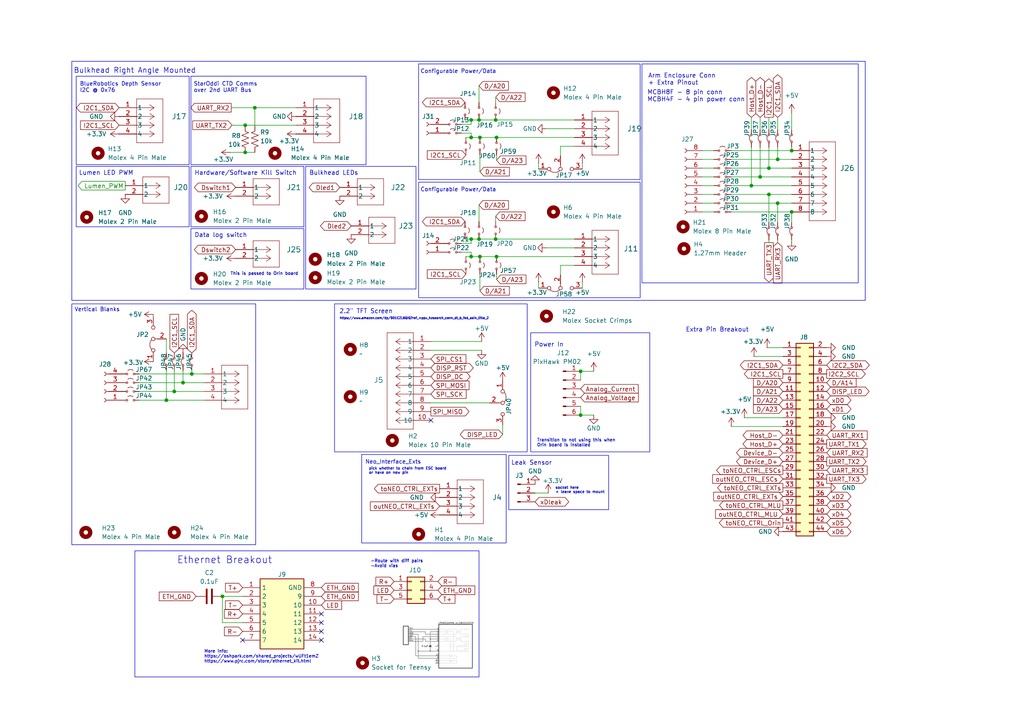
<source format=kicad_sch>
(kicad_sch (version 20231120) (generator "eeschema") (generator_version "8.0")
  (paper "A4")
  (junction (at 143.764 34.798))
  (junction (at 138.938 34.798))
  (junction (at 53.086 110.998))
  (junction (at 144.018 74.422))
  (junction (at 55.626 108.458))
  (junction (at 71.12 44.196))
  (junction (at 220.472 51.308))
  (junction (at 223.012 56.388))
  (junction (at 168.402 120.396))
  (junction (at 229.616 61.468))
  (junction (at 225.552 58.928))
  (junction (at 48.26 116.078))
  (junction (at 138.938 69.342))
  (junction (at 136.652 34.798))
  (junction (at 136.652 39.878))
  (junction (at 139.192 39.878))
  (junction (at 64.516 172.974))
  (junction (at 50.546 113.538))
  (junction (at 144.018 39.878))
  (junction (at 136.652 74.422))
  (junction (at 139.192 74.422))
  (junction (at 71.12 36.322))
  (junction (at 225.552 46.228))
  (junction (at 217.932 53.848))
  (junction (at 136.652 69.342))
  (junction (at 143.764 69.342))
  (junction (at 168.402 107.696))
  (junction (at 73.914 31.242))
  (junction (at 229.616 43.688))
  (junction (at 223.012 48.768))
  (no_connect (at 93.218 178.054))
  (no_connect (at 93.218 183.134))
  (no_connect (at 124.968 121.92))
  (no_connect (at 93.218 185.674))
  (no_connect (at 93.218 180.594))
  (no_connect (at 70.358 185.674))
  (wire (pts (xy 229.616 70.104) (xy 229.616 69.596)))
  (wire (pts (xy 225.552 42.672) (xy 225.552 46.228)))
  (wire (pts (xy 218.694 103.378) (xy 227.076 103.378)))
  (wire (pts (xy 44.45 91.186) (xy 44.45 91.948)))
  (wire (pts (xy 217.932 42.672) (xy 217.932 53.848)))
  (wire (pts (xy 67.31 36.322) (xy 71.12 36.322)))
  (wire (pts (xy 225.552 58.928) (xy 229.616 58.928)))
  (wire (pts (xy 144.018 74.422) (xy 166.624 74.422)))
  (wire (pts (xy 203.708 46.228) (xy 207.01 46.228)))
  (wire (pts (xy 64.516 172.974) (xy 70.358 172.974)))
  (wire (pts (xy 203.708 58.928) (xy 207.01 58.928)))
  (wire (pts (xy 124.968 99.06) (xy 139.7 99.06)))
  (wire (pts (xy 229.616 64.516) (xy 229.616 61.468)))
  (wire (pts (xy 71.12 36.322) (xy 85.852 36.322)))
  (wire (pts (xy 138.938 24.892) (xy 138.938 29.718)))
  (wire (pts (xy 168.91 47.244) (xy 168.91 49.022)))
  (wire (pts (xy 55.626 107.442) (xy 55.626 108.458)))
  (wire (pts (xy 73.914 36.576) (xy 73.914 31.242)))
  (wire (pts (xy 136.652 70.612) (xy 136.652 69.342)))
  (wire (pts (xy 40.386 108.458) (xy 55.626 108.458)))
  (wire (pts (xy 136.652 39.878) (xy 139.192 39.878)))
  (wire (pts (xy 145.796 125.984) (xy 145.796 123.19)))
  (wire (pts (xy 124.968 116.84) (xy 141.986 116.84)))
  (wire (pts (xy 222.504 100.838) (xy 227.076 100.838)))
  (wire (pts (xy 212.09 61.468) (xy 229.616 61.468)))
  (wire (pts (xy 138.938 69.342) (xy 143.764 69.342)))
  (wire (pts (xy 134.874 34.798) (xy 136.652 34.798)))
  (wire (pts (xy 162.56 45.212) (xy 162.56 42.418)))
  (wire (pts (xy 143.764 28.194) (xy 143.764 29.718)))
  (wire (pts (xy 144.018 44.958) (xy 144.018 46.482)))
  (wire (pts (xy 203.708 53.848) (xy 207.01 53.848)))
  (wire (pts (xy 48.26 98.298) (xy 48.26 102.362)))
  (wire (pts (xy 203.708 43.688) (xy 207.01 43.688)))
  (wire (pts (xy 73.914 31.242) (xy 85.852 31.242)))
  (wire (pts (xy 40.386 110.998) (xy 53.086 110.998)))
  (wire (pts (xy 124.968 101.6) (xy 139.7 101.6)))
  (wire (pts (xy 212.09 46.228) (xy 225.552 46.228)))
  (wire (pts (xy 136.652 69.342) (xy 138.938 69.342)))
  (wire (pts (xy 133.858 73.152) (xy 136.652 73.152)))
  (wire (pts (xy 71.12 36.576) (xy 71.12 36.322)))
  (wire (pts (xy 225.552 46.228) (xy 229.616 46.228)))
  (wire (pts (xy 136.652 34.798) (xy 138.938 34.798)))
  (wire (pts (xy 162.56 76.962) (xy 166.624 76.962)))
  (wire (pts (xy 166.624 37.338) (xy 158.496 37.338)))
  (wire (pts (xy 212.09 48.768) (xy 223.012 48.768)))
  (wire (pts (xy 53.086 107.442) (xy 53.086 110.998)))
  (wire (pts (xy 136.652 38.608) (xy 136.652 39.878)))
  (wire (pts (xy 223.012 48.768) (xy 229.616 48.768)))
  (wire (pts (xy 168.91 81.788) (xy 168.91 83.566)))
  (wire (pts (xy 70.358 180.594) (xy 64.516 180.594)))
  (wire (pts (xy 212.09 43.688) (xy 229.616 43.688)))
  (wire (pts (xy 166.624 71.882) (xy 158.496 71.882)))
  (wire (pts (xy 212.09 53.848) (xy 217.932 53.848)))
  (wire (pts (xy 133.858 70.612) (xy 136.652 70.612)))
  (wire (pts (xy 50.546 113.538) (xy 59.182 113.538)))
  (wire (pts (xy 44.45 104.648) (xy 44.45 104.902)))
  (wire (pts (xy 203.708 51.308) (xy 207.01 51.308)))
  (wire (pts (xy 203.708 61.468) (xy 207.01 61.468)))
  (wire (pts (xy 143.764 62.738) (xy 143.764 64.262)))
  (wire (pts (xy 135.128 39.878) (xy 136.652 39.878)))
  (wire (pts (xy 135.128 74.422) (xy 136.652 74.422)))
  (wire (pts (xy 143.764 34.798) (xy 166.624 34.798)))
  (wire (pts (xy 136.652 74.422) (xy 139.192 74.422)))
  (wire (pts (xy 139.192 49.784) (xy 139.192 44.958)))
  (wire (pts (xy 133.858 38.608) (xy 136.652 38.608)))
  (wire (pts (xy 155.194 143.002) (xy 159.004 143.002)))
  (wire (pts (xy 162.56 79.756) (xy 162.56 76.962)))
  (wire (pts (xy 48.26 116.078) (xy 59.182 116.078)))
  (wire (pts (xy 223.012 69.596) (xy 223.012 70.358)))
  (wire (pts (xy 220.472 51.308) (xy 229.616 51.308)))
  (wire (pts (xy 229.616 32.766) (xy 229.616 37.592)))
  (wire (pts (xy 229.616 42.672) (xy 229.616 43.688)))
  (wire (pts (xy 212.09 123.698) (xy 227.076 123.698)))
  (wire (pts (xy 223.012 42.672) (xy 223.012 48.768)))
  (wire (pts (xy 71.12 44.196) (xy 66.802 44.196)))
  (wire (pts (xy 223.012 56.388) (xy 223.012 64.516)))
  (wire (pts (xy 40.386 116.078) (xy 48.26 116.078)))
  (wire (pts (xy 144.018 39.878) (xy 166.624 39.878)))
  (wire (pts (xy 212.09 56.388) (xy 223.012 56.388)))
  (wire (pts (xy 139.192 74.422) (xy 144.018 74.422)))
  (wire (pts (xy 73.914 44.196) (xy 71.12 44.196)))
  (wire (pts (xy 168.402 107.696) (xy 172.212 107.696)))
  (wire (pts (xy 162.56 42.418) (xy 166.624 42.418)))
  (wire (pts (xy 53.086 110.998) (xy 59.182 110.998)))
  (wire (pts (xy 50.546 107.442) (xy 50.546 113.538)))
  (wire (pts (xy 136.652 73.152) (xy 136.652 74.422)))
  (wire (pts (xy 156.21 47.244) (xy 156.21 49.022)))
  (wire (pts (xy 168.402 107.696) (xy 168.402 110.236)))
  (wire (pts (xy 143.764 69.342) (xy 166.624 69.342)))
  (wire (pts (xy 217.932 53.848) (xy 229.616 53.848)))
  (wire (pts (xy 225.552 70.358) (xy 225.552 69.596)))
  (wire (pts (xy 223.012 34.036) (xy 223.012 37.592)))
  (wire (pts (xy 215.9 121.158) (xy 227.076 121.158)))
  (wire (pts (xy 138.938 59.436) (xy 138.938 64.262)))
  (wire (pts (xy 48.26 107.442) (xy 48.26 116.078)))
  (wire (pts (xy 168.402 120.396) (xy 172.212 120.396)))
  (wire (pts (xy 136.652 36.068) (xy 136.652 34.798)))
  (wire (pts (xy 223.012 56.388) (xy 229.616 56.388)))
  (wire (pts (xy 55.626 108.458) (xy 59.182 108.458)))
  (wire (pts (xy 40.386 113.538) (xy 50.546 113.538)))
  (wire (pts (xy 203.708 48.768) (xy 207.01 48.768)))
  (wire (pts (xy 138.938 34.798) (xy 143.764 34.798)))
  (wire (pts (xy 217.932 34.036) (xy 217.932 37.592)))
  (wire (pts (xy 168.402 117.856) (xy 168.402 120.396)))
  (wire (pts (xy 144.018 79.502) (xy 144.018 81.026)))
  (wire (pts (xy 133.858 36.068) (xy 136.652 36.068)))
  (wire (pts (xy 139.192 39.878) (xy 144.018 39.878)))
  (wire (pts (xy 212.09 51.308) (xy 220.472 51.308)))
  (wire (pts (xy 220.472 34.036) (xy 220.472 37.592)))
  (wire (pts (xy 134.874 69.342) (xy 136.652 69.342)))
  (wire (pts (xy 67.056 31.242) (xy 73.914 31.242)))
  (wire (pts (xy 203.708 56.388) (xy 207.01 56.388)))
  (wire (pts (xy 64.516 180.594) (xy 64.516 172.974)))
  (wire (pts (xy 225.552 34.036) (xy 225.552 37.592)))
  (wire (pts (xy 212.09 58.928) (xy 225.552 58.928)))
  (wire (pts (xy 220.472 42.672) (xy 220.472 51.308)))
  (wire (pts (xy 139.192 84.328) (xy 139.192 79.502)))
  (wire (pts (xy 156.21 81.788) (xy 156.21 83.566)))
  (wire (pts (xy 225.552 64.516) (xy 225.552 58.928)))
  (rectangle (start 121.412 52.832) (end 185.674 86.36))
  (rectangle (start 121.412 18.542) (end 185.674 52.07))
  (rectangle (start 39.116 159.766) (end 138.938 196.342))
  (rectangle (start 55.372 48.26) (end 88.138 65.786))
  (rectangle (start 88.646 48.26) (end 120.65 83.82))
  (rectangle (start 20.828 17.78) (end 250.952 87.122))
  (rectangle (start 55.372 22.098) (end 106.172 47.752))
  (rectangle (start 147.574 132.08) (end 176.53 147.828))
  (rectangle (start 104.902 131.826) (end 146.812 157.48))
  (rectangle (start 20.828 88.138) (end 74.168 157.988))
  (rectangle (start 97.028 88.138) (end 152.908 131.064))
  (rectangle (start 22.098 48.26) (end 54.864 65.786))
  (rectangle (start 22.098 22.098) (end 54.864 47.752))
  (rectangle (start 153.924 96.52) (end 188.468 131.064))
  (rectangle (start 186.182 18.542) (end 248.92 82.042))
  (rectangle (start 55.372 66.294) (end 88.138 83.82))
  (image (at 127 187.198) (scale 0.116126))
  (text "https://www.amazon.com/dp/B01CZL6QIQ?ref_=ppx_hzsearch_conn_dt_b_fed_asin_title_2" (at 120.142 92.456 0) (effects (font (size 0.635 0.635))))
  (text "Arm Enclosure Conn \n+ Extra Pinout" (at 187.96 23.114 0) (effects (font (size 1.27 1.27)) (justify left)))
  (text "This is passed to Orin board" (at 66.802 79.502 0) (effects (font (size 0.889 0.889)) (justify left)))
  (text "Power In" (at 159.258 100.076 0) (effects (font (size 1.27 1.27))))
  (text "Data log switch" (at 56.388 68.326 0) (effects (font (size 1.27 1.27)) (justify left)))
  (text "Bulkhead Right Angle Mounted" (at 21.336 20.574 0) (effects (font (size 1.524 1.524)) (justify left)))
  (text "Configurable Power/Data" (at 121.92 55.118 0) (effects (font (size 1.143 1.143)) (justify left)))
  (text "Extra Pin Breakout" (at 208.026 95.758 0) (effects (font (size 1.27 1.27))))
  (text "-Route with diff pairs\n-Avoid vias" (at 107.442 163.576 0) (effects (font (size 0.889 0.889)) (justify left)))
  (text "Transition to not using this when \nOrin board is installed" (at 155.702 128.524 0) (effects (font (size 0.889 0.889)) (justify left)))
  (text "More info:\nhttps://oshpark.com/shared_projects/wUFt1emZ\nhttps://www.pjrc.com/store/ethernet_kit.html" (at 59.182 190.5 0) (effects (font (size 0.889 0.889)) (justify left)))
  (text "Lumen LED PWM" (at 22.86 50.292 0) (effects (font (size 1.27 1.27)) (justify left)))
  (text "BlueRobotics Depth Sensor\nI2C @ 0x76" (at 23.114 25.4 0) (effects (font (size 1.143 1.143)) (justify left)))
  (text "Bulkhead LEDs" (at 89.662 50.292 0) (effects (font (size 1.27 1.27)) (justify left)))
  (text "\n" (at 111.252 173.99 0) (effects (font (size 1.27 1.27)) (justify left)))
  (text "socket here\n+ leave space to mount" (at 161.036 142.24 0) (effects (font (size 0.762 0.762)) (justify left)))
  (text "pick whether to chain from ESC board \nor have on new pin" (at 106.934 136.652 0) (effects (font (size 0.762 0.762)) (justify left)))
  (text "Hardware/Software Kill Switch" (at 56.388 50.292 0) (effects (font (size 1.27 1.27)) (justify left)))
  (text "2.2\" TFT Screen" (at 106.172 90.424 0) (effects (font (size 1.27 1.27))))
  (text "Vertical Blanks" (at 21.59 89.916 0) (effects (font (size 1.143 1.143)) (justify left)))
  (text "MCBH8F - 8 pin conn\nMCBH4F - 4 pin power conn" (at 187.706 27.94 0) (effects (font (size 1.27 1.27)) (justify left)))
  (text "Ethernet Breakout" (at 51.308 162.56 0) (effects (font (size 2.032 2.032)) (justify left)))
  (text "Configurable Power/Data" (at 121.92 20.828 0) (effects (font (size 1.143 1.143)) (justify left)))
  (text "Neo_Interface_Exts" (at 105.918 134.112 0) (effects (font (size 1.143 1.143)) (justify left)))
  (text "Leak Sensor" (at 154.178 134.366 0) (effects (font (size 1.27 1.27))))
  (text "StarOddi CTD Comms\nover 2nd UART Bus" (at 56.134 25.4 0) (effects (font (size 1.143 1.143)) (justify left)))
  (global_label "T-" (shape input) (at 114.3 173.736 180) (property "Intersheetrefs" "${INTERSHEET_REFS}" (effects (hide yes))))
  (global_label "I2C1_SDA" (shape bidirectional) (at 134.874 29.718 180) (property "Intersheetrefs" "${INTERSHEET_REFS}" (effects (hide yes))))
  (global_label "D{slash}A21" (shape input) (at 139.192 84.328 0) (property "Intersheetrefs" "${INTERSHEET_REFS}" (effects (hide yes))))
  (global_label "ETH_GND" (shape input) (at 56.896 172.974 180) (property "Intersheetrefs" "${INTERSHEET_REFS}" (effects (hide yes))))
  (global_label "toNEO_CTRL_EXTs" (shape output) (at 227.076 141.478 180) (property "Intersheetrefs" "${INTERSHEET_REFS}" (effects (hide yes))))
  (global_label "UART_TX2" (shape input) (at 67.31 36.322 180) (property "Intersheetrefs" "${INTERSHEET_REFS}" (effects (hide yes))))
  (global_label "D{slash}A22" (shape input) (at 143.764 28.194 0) (property "Intersheetrefs" "${INTERSHEET_REFS}" (effects (hide yes))))
  (global_label "I2C1_SDA" (shape bidirectional) (at 55.626 102.362 90) (property "Intersheetrefs" "${INTERSHEET_REFS}" (effects (hide yes))))
  (global_label "UART_RX3" (shape input) (at 239.776 136.398 0) (property "Intersheetrefs" "${INTERSHEET_REFS}" (effects (hide yes))))
  (global_label "D{slash}A23" (shape input) (at 227.076 118.618 180) (property "Intersheetrefs" "${INTERSHEET_REFS}" (effects (hide yes))))
  (global_label "D{slash}A21" (shape input) (at 227.076 113.538 180) (property "Intersheetrefs" "${INTERSHEET_REFS}" (effects (hide yes))))
  (global_label "I2C1_SDA" (shape bidirectional) (at 225.552 34.036 90) (property "Intersheetrefs" "${INTERSHEET_REFS}" (effects (hide yes))))
  (global_label "D{slash}A21" (shape input) (at 139.192 49.784 0) (property "Intersheetrefs" "${INTERSHEET_REFS}" (effects (hide yes))))
  (global_label "outNEO_CTRL_EXTs" (shape input) (at 227.076 144.018 180) (property "Intersheetrefs" "${INTERSHEET_REFS}" (effects (hide yes))))
  (global_label "R+" (shape input) (at 70.358 178.054 180) (property "Intersheetrefs" "${INTERSHEET_REFS}" (effects (hide yes))))
  (global_label "SPI_MISO" (shape output) (at 124.968 119.38 0) (property "Intersheetrefs" "${INTERSHEET_REFS}" (effects (hide yes))))
  (global_label "T+" (shape input) (at 70.358 170.434 180) (property "Intersheetrefs" "${INTERSHEET_REFS}" (effects (hide yes))))
  (global_label "D{slash}A23" (shape input) (at 144.018 81.026 0) (property "Intersheetrefs" "${INTERSHEET_REFS}" (effects (hide yes))))
  (global_label "xD0" (shape bidirectional) (at 239.776 116.078 0) (property "Intersheetrefs" "${INTERSHEET_REFS}" (effects (hide yes))))
  (global_label "outNEO_CTRL_MLU" (shape input) (at 227.076 149.098 180) (property "Intersheetrefs" "${INTERSHEET_REFS}" (effects (hide yes))))
  (global_label "I2C1_SDA" (shape bidirectional) (at 227.076 105.918 180) (property "Intersheetrefs" "${INTERSHEET_REFS}" (effects (hide yes))))
  (global_label "toNEO_CTRL_ESCs" (shape output) (at 227.076 136.398 180) (property "Intersheetrefs" "${INTERSHEET_REFS}" (effects (hide yes))))
  (global_label "Host_D+" (shape bidirectional) (at 227.076 128.778 180) (property "Intersheetrefs" "${INTERSHEET_REFS}" (effects (hide yes))))
  (global_label "xD2" (shape bidirectional) (at 239.776 144.018 0) (property "Intersheetrefs" "${INTERSHEET_REFS}" (effects (hide yes))))
  (global_label "I2C2_SDA" (shape bidirectional) (at 239.776 105.918 0) (property "Intersheetrefs" "${INTERSHEET_REFS}" (effects (hide yes))))
  (global_label "Dled2" (shape bidirectional) (at 101.854 65.532 180) (property "Intersheetrefs" "${INTERSHEET_REFS}" (effects (hide yes))))
  (global_label "Host_D-" (shape bidirectional) (at 220.472 34.036 90) (property "Intersheetrefs" "${INTERSHEET_REFS}" (effects (hide yes))))
  (global_label "xDleak" (shape bidirectional) (at 155.194 145.542 0) (property "Intersheetrefs" "${INTERSHEET_REFS}" (effects (hide yes))))
  (global_label "I2C1_SDA" (shape bidirectional) (at 134.874 64.262 180) (property "Intersheetrefs" "${INTERSHEET_REFS}" (effects (hide yes))))
  (global_label "I2C1_SCL" (shape output) (at 227.076 108.458 180) (property "Intersheetrefs" "${INTERSHEET_REFS}" (effects (hide yes))))
  (global_label "Lumen_PWM" (shape output) (at 36.322 53.848 180) (property "Intersheetrefs" "${INTERSHEET_REFS}" (effects (hide yes))))
  (global_label "D{slash}A14" (shape input) (at 239.776 110.998 0) (property "Intersheetrefs" "${INTERSHEET_REFS}" (effects (hide yes))))
  (global_label "UART_TX3" (shape output) (at 239.776 138.938 0) (property "Intersheetrefs" "${INTERSHEET_REFS}" (effects (hide yes))))
  (global_label "outNEO_CTRL_EXTs" (shape input) (at 127.508 146.812 180) (property "Intersheetrefs" "${INTERSHEET_REFS}" (effects (hide yes))))
  (global_label "I2C1_SCL" (shape output) (at 223.012 34.036 90) (property "Intersheetrefs" "${INTERSHEET_REFS}" (effects (hide yes))))
  (global_label "R-" (shape input) (at 70.358 183.134 180) (property "Intersheetrefs" "${INTERSHEET_REFS}" (effects (hide yes))))
  (global_label "T-" (shape input) (at 70.358 175.514 180) (property "Intersheetrefs" "${INTERSHEET_REFS}" (effects (hide yes))))
  (global_label "LED" (shape input) (at 93.218 175.514 0) (property "Intersheetrefs" "${INTERSHEET_REFS}" (effects (hide yes))))
  (global_label "Host_D-" (shape bidirectional) (at 227.076 126.238 180) (property "Intersheetrefs" "${INTERSHEET_REFS}" (effects (hide yes))))
  (global_label "xD1" (shape bidirectional) (at 239.776 118.618 0) (property "Intersheetrefs" "${INTERSHEET_REFS}" (effects (hide yes))))
  (global_label "xD6" (shape bidirectional) (at 239.776 154.178 0) (property "Intersheetrefs" "${INTERSHEET_REFS}" (effects (hide yes))))
  (global_label "UART_RX1" (shape input) (at 239.776 126.238 0) (property "Intersheetrefs" "${INTERSHEET_REFS}" (effects (hide yes))))
  (global_label "I2C2_SCL" (shape output) (at 239.776 108.458 0) (property "Intersheetrefs" "${INTERSHEET_REFS}" (effects (hide yes))))
  (global_label "UART_TX2" (shape output) (at 239.776 133.858 0) (property "Intersheetrefs" "${INTERSHEET_REFS}" (effects (hide yes))))
  (global_label "I2C1_SCL" (shape input) (at 135.128 79.502 180) (property "Intersheetrefs" "${INTERSHEET_REFS}" (effects (hide yes))))
  (global_label "SPI_MOSI" (shape input) (at 124.968 111.76 0) (property "Intersheetrefs" "${INTERSHEET_REFS}" (effects (hide yes))))
  (global_label "SPI_SCK" (shape input) (at 124.968 114.3 0) (property "Intersheetrefs" "${INTERSHEET_REFS}" (effects (hide yes))))
  (global_label "DISP_RST" (shape bidirectional) (at 124.968 106.68 0) (property "Intersheetrefs" "${INTERSHEET_REFS}" (effects (hide yes))))
  (global_label "Dled1" (shape bidirectional) (at 98.552 54.356 180) (property "Intersheetrefs" "${INTERSHEET_REFS}" (effects (hide yes))))
  (global_label "DISP_LED" (shape bidirectional) (at 145.796 125.984 180) (property "Intersheetrefs" "${INTERSHEET_REFS}" (effects (hide yes))))
  (global_label "I2C1_SCL" (shape input) (at 135.128 44.958 180) (property "Intersheetrefs" "${INTERSHEET_REFS}" (effects (hide yes))))
  (global_label "UART_TX1" (shape output) (at 239.776 128.778 0) (property "Intersheetrefs" "${INTERSHEET_REFS}" (effects (hide yes))))
  (global_label "R+" (shape input) (at 114.3 168.656 180) (property "Intersheetrefs" "${INTERSHEET_REFS}" (effects (hide yes))))
  (global_label "T+" (shape input) (at 127 173.736 0) (property "Intersheetrefs" "${INTERSHEET_REFS}" (effects (hide yes))))
  (global_label "D{slash}A23" (shape input) (at 144.018 46.482 0) (property "Intersheetrefs" "${INTERSHEET_REFS}" (effects (hide yes))))
  (global_label "I2C1_SCL" (shape input) (at 34.544 36.322 180) (property "Intersheetrefs" "${INTERSHEET_REFS}" (effects (hide yes))))
  (global_label "D{slash}A20" (shape input) (at 138.938 24.892 0) (property "Intersheetrefs" "${INTERSHEET_REFS}" (effects (hide yes))))
  (global_label "ETH_GND" (shape input) (at 93.218 170.434 0) (property "Intersheetrefs" "${INTERSHEET_REFS}" (effects (hide yes))))
  (global_label "SPI_CS1" (shape input) (at 124.968 104.14 0) (property "Intersheetrefs" "${INTERSHEET_REFS}" (effects (hide yes))))
  (global_label "xD5" (shape bidirectional) (at 239.776 151.638 0) (property "Intersheetrefs" "${INTERSHEET_REFS}" (effects (hide yes))))
  (global_label "toNEO_CTRL_EXTs" (shape output) (at 127.508 141.732 180) (property "Intersheetrefs" "${INTERSHEET_REFS}" (effects (hide yes))))
  (global_label "Analog_Voltage" (shape input) (at 168.402 115.316 0) (property "Intersheetrefs" "${INTERSHEET_REFS}" (effects (hide yes))))
  (global_label "ETH_GND" (shape input) (at 93.218 172.974 0) (property "Intersheetrefs" "${INTERSHEET_REFS}" (effects (hide yes))))
  (global_label "I2C1_SCL" (shape input) (at 50.546 102.362 90) (property "Intersheetrefs" "${INTERSHEET_REFS}" (effects (hide yes))))
  (global_label "D{slash}A22" (shape input) (at 143.764 62.738 0) (property "Intersheetrefs" "${INTERSHEET_REFS}" (effects (hide yes))))
  (global_label "outNEO_CTRL_ESCs" (shape input) (at 227.076 138.938 180) (property "Intersheetrefs" "${INTERSHEET_REFS}" (effects (hide yes))))
  (global_label "R-" (shape input) (at 127 168.656 0) (property "Intersheetrefs" "${INTERSHEET_REFS}" (effects (hide yes))))
  (global_label "Dswitch1" (shape bidirectional) (at 68.326 54.356 180) (property "Intersheetrefs" "${INTERSHEET_REFS}" (effects (hide yes))))
  (global_label "UART_RX2" (shape input) (at 239.776 131.318 0) (property "Intersheetrefs" "${INTERSHEET_REFS}" (effects (hide yes))))
  (global_label "DISP_DC" (shape bidirectional) (at 124.968 109.22 0) (property "Intersheetrefs" "${INTERSHEET_REFS}" (effects (hide yes))))
  (global_label "xD4" (shape bidirectional) (at 239.776 149.098 0) (property "Intersheetrefs" "${INTERSHEET_REFS}" (effects (hide yes))))
  (global_label "toNEO_CTRL_Orin" (shape output) (at 227.076 151.638 180) (property "Intersheetrefs" "${INTERSHEET_REFS}" (effects (hide yes))))
  (global_label "ETH_GND" (shape input) (at 127 171.196 0) (property "Intersheetrefs" "${INTERSHEET_REFS}" (effects (hide yes))))
  (global_label "D{slash}A22" (shape input) (at 227.076 116.078 180) (property "Intersheetrefs" "${INTERSHEET_REFS}" (effects (hide yes))))
  (global_label "LED" (shape input) (at 114.3 171.196 180) (property "Intersheetrefs" "${INTERSHEET_REFS}" (effects (hide yes))))
  (global_label "D{slash}A20" (shape input) (at 227.076 110.998 180) (property "Intersheetrefs" "${INTERSHEET_REFS}" (effects (hide yes))))
  (global_label "Device_D-" (shape bidirectional) (at 227.076 131.318 180) (property "Intersheetrefs" "${INTERSHEET_REFS}" (effects (hide yes))))
  (global_label "DISP_LED" (shape bidirectional) (at 239.776 113.538 0) (property "Intersheetrefs" "${INTERSHEET_REFS}" (effects (hide yes))))
  (global_label "Dswitch2" (shape bidirectional) (at 68.326 72.39 180) (property "Intersheetrefs" "${INTERSHEET_REFS}" (effects (hide yes))))
  (global_label "UART_RX2" (shape output) (at 67.056 31.242 180) (property "Intersheetrefs" "${INTERSHEET_REFS}" (effects (hide yes))))
  (global_label "UART_TX3" (shape output) (at 223.012 70.358 270) (property "Intersheetrefs" "${INTERSHEET_REFS}" (effects (hide yes))))
  (global_label "xD3" (shape bidirectional) (at 239.776 146.558 0) (property "Intersheetrefs" "${INTERSHEET_REFS}" (effects (hide yes))))
  (global_label "Host_D+" (shape bidirectional) (at 217.932 34.036 90) (property "Intersheetrefs" "${INTERSHEET_REFS}" (effects (hide yes))))
  (global_label "Device_D+" (shape bidirectional) (at 227.076 133.858 180) (property "Intersheetrefs" "${INTERSHEET_REFS}" (effects (hide yes))))
  (global_label "UART_RX3" (shape input) (at 225.552 70.358 270) (property "Intersheetrefs" "${INTERSHEET_REFS}" (effects (hide yes))))
  (global_label "Analog_Current" (shape input) (at 168.402 112.776 0) (property "Intersheetrefs" "${INTERSHEET_REFS}" (effects (hide yes))))
  (global_label "D{slash}A20" (shape input) (at 138.938 59.436 0) (property "Intersheetrefs" "${INTERSHEET_REFS}" (effects (hide yes))))
  (global_label "toNEO_CTRL_MLU" (shape output) (at 227.076 146.558 180) (property "Intersheetrefs" "${INTERSHEET_REFS}" (effects (hide yes))))
  (global_label "I2C1_SDA" (shape bidirectional) (at 34.544 31.242 180) (property "Intersheetrefs" "${INTERSHEET_REFS}" (effects (hide yes))))
  (symbol (lib_id "power:GND") (at 239.776 121.158 90) (unit 1)
    (property "Reference" "#PWR038" (effects (hide yes)))
    (property "Value" "GND" (at 244.094 121.1579 90) (effects (justify right)))
    (property "Description" "Power symbol creates a global label with name \"GND\" , ground" (effects (hide yes)))
  )
  (symbol (lib_id "Connector:Conn_01x06_Pin") (at 163.322 112.776 0) (unit 1)
    (property "Reference" "J12" (at 163.322 102.362 0))
    (property "Value" "PixHawk PM02" (at 161.544 104.902 0))
    (property "Footprint" "Connector_PinSocket_2.54mm:PinSocket_1x06_P2.54mm_Vertical" (effects (hide yes)))
    (property "Datasheet" "https://www.flyingtech.co.uk/wp-content/uploads/2020/01/Holybro_PM02_v3_PowerModule_Manual.pdf" (effects (hide yes)))
  )
  (symbol (lib_id "Jumper:Jumper_2_Small_Open") (at 131.318 38.608 0) (unit 1) (exclude_from_sim yes)
    (property "Reference" "JP12" (at 136.144 37.338 0) (effects (justify right)))
    (property "Value" "Jumper_2_Small_Open" (effects (hide yes)))
    (property "Footprint" "Connector_PinHeader_1.27mm:PinHeader_1x02_P1.27mm_Vertical" (effects (hide yes)))
    (property "Description" "Jumper, 2-pole, small symbol, open" (effects (hide yes)))
    (property "Supplier 1" "https://www.digikey.com/en/products/detail/adam-tech/HMSC-G/9830451" (effects (hide yes)))
    (property "Supplier 1 S/N" "2057-HMSC-G-ND" (effects (hide yes)))
  )
  (symbol (lib_id "Jumper:Jumper_2_Small_Open") (at 209.55 56.388 0) (unit 1) (exclude_from_sim yes)
    (property "Reference" "JP29" (at 214.376 55.118 0) (effects (justify right)))
    (property "Value" "Jumper_2_Small_Open" (effects (hide yes)))
    (property "Footprint" "Connector_PinHeader_1.27mm:PinHeader_1x02_P1.27mm_Vertical" (effects (hide yes)))
    (property "Description" "Jumper, 2-pole, small symbol, open" (effects (hide yes)))
    (property "Supplier 1" "https://www.digikey.com/en/products/detail/adam-tech/HMSC-G/9830451" (effects (hide yes)))
    (property "Supplier 1 S/N" "2057-HMSC-G-ND" (effects (hide yes)))
  )
  (symbol (lib_id "Mechanical:MountingHole") (at 79.756 44.45 0) (unit 1) (exclude_from_sim yes) (in_bom no)
    (property "Reference" "H14" (at 84.328 43.1799 0) (effects (justify left)))
    (property "Value" "Molex 4 Pin Male" (at 84.328 45.7199 0) (effects (justify left)))
    (property "Supplier 1" "https://www.digikey.com/en/products/detail/molex/0430250400/252497" (effects (hide yes)))
    (property "Supplier 1 S/N" "WM1784-ND" (effects (hide yes)))
  )
  (symbol (lib_id "Imported:430450422") (at 166.624 69.342 0) (unit 1)
    (property "Reference" "J11" (at 180.848 72.136 0) (effects (font (size 1.524 1.524)) (justify left)))
    (property "Value" "430450422" (effects (hide yes)))
    (property "Footprint" "ImportedV2:CONN_SD-43045-008_04_MOL" (effects (hide yes)))
    (property "Datasheet" "430450422" (effects (hide yes)))
    (property "Supplier 1" "https://www.digikey.com/en/products/detail/molex/0430450422/1635030" (effects (hide yes)))
    (property "Supplier 1 S/N" "WM2679-ND" (effects (hide yes)))
  )
  (symbol (lib_id "power:GND") (at 101.854 68.072 0) (unit 1)
    (property "Reference" "#PWR0159" (effects (hide yes)))
    (property "Value" "GND" (at 101.854 73.406 0))
    (property "Description" "Power symbol creates a global label with name \"GND\" , ground" (effects (hide yes)))
  )
  (symbol (lib_id "Jumper:Jumper_2_Small_Bridged") (at 223.012 67.056 90) (unit 1) (exclude_from_sim yes)
    (property "Reference" "JP33" (at 221.742 64.262 0))
    (property "Value" "Jumper_2_Small_Bridged" (effects (hide yes)))
    (property "Footprint" "Connector_PinHeader_1.27mm:PinHeader_1x02_P1.27mm_Vertical" (effects (hide yes)))
    (property "Description" "Jumper, 2-pole, small symbol, bridged" (effects (hide yes)))
    (property "Supplier 1" "https://www.digikey.com/en/products/detail/adam-tech/HMSC-G/9830451" (effects (hide yes)))
    (property "Supplier 1 S/N" "2057-HMSC-G-ND" (effects (hide yes)))
  )
  (symbol (lib_id "Jumper:Jumper_2_Small_Bridged") (at 50.546 104.902 90) (unit 1) (exclude_from_sim yes)
    (property "Reference" "JP47" (at 49.53 104.902 0))
    (property "Value" "Jumper_2_Small_Bridged" (effects (hide yes)))
    (property "Footprint" "Connector_PinHeader_1.27mm:PinHeader_1x02_P1.27mm_Vertical" (effects (hide yes)))
    (property "Description" "Jumper, 2-pole, small symbol, bridged" (effects (hide yes)))
    (property "Supplier 1" "https://www.digikey.com/en/products/detail/adam-tech/HMSC-G/9830451" (effects (hide yes)))
    (property "Supplier 1 S/N" "2057-HMSC-G-ND" (effects (hide yes)))
  )
  (symbol (lib_id "power:+5V") (at 168.91 81.788 0) (unit 1)
    (property "Reference" "#PWR052" (effects (hide yes)))
    (property "Value" "+5V" (at 168.91 84.836 0))
    (property "Description" "Power symbol creates a global label with name \"+5V\"" (effects (hide yes)))
  )
  (symbol (lib_id "Jumper:Jumper_2_Small_Open") (at 144.018 42.418 270) (unit 1) (exclude_from_sim yes)
    (property "Reference" "JP59" (at 149.86 43.942 90) (effects (justify right)))
    (property "Value" "Jumper_2_Small_Open" (effects (hide yes)))
    (property "Footprint" "Connector_PinHeader_1.27mm:PinHeader_1x02_P1.27mm_Vertical" (effects (hide yes)))
    (property "Description" "Jumper, 2-pole, small symbol, open" (effects (hide yes)))
    (property "Supplier 1" "https://www.digikey.com/en/products/detail/adam-tech/HMSC-G/9830451" (effects (hide yes)))
    (property "Supplier 1 S/N" "2057-HMSC-G-ND" (effects (hide yes)))
  )
  (symbol (lib_id "power:GND") (at 139.7 101.6 0) (unit 1)
    (property "Reference" "#PWR016" (effects (hide yes)))
    (property "Value" "GND" (at 139.7 105.41 0))
    (property "Description" "Power symbol creates a global label with name \"GND\" , ground" (effects (hide yes)))
  )
  (symbol (lib_id "Jumper:Jumper_2_Small_Bridged") (at 220.472 40.132 90) (unit 1) (exclude_from_sim yes)
    (property "Reference" "JP37" (at 219.202 37.338 0))
    (property "Value" "Jumper_2_Small_Bridged" (effects (hide yes)))
    (property "Footprint" "Connector_PinHeader_1.27mm:PinHeader_1x02_P1.27mm_Vertical" (effects (hide yes)))
    (property "Description" "Jumper, 2-pole, small symbol, bridged" (effects (hide yes)))
    (property "Supplier 1" "https://www.digikey.com/en/products/detail/adam-tech/HMSC-G/9830451" (effects (hide yes)))
    (property "Supplier 1 S/N" "2057-HMSC-G-ND" (effects (hide yes)))
  )
  (symbol (lib_id "power:+3.3V") (at 85.852 38.862 90) (unit 1)
    (property "Reference" "#PWR0152" (effects (hide yes)))
    (property "Value" "+3.3V" (at 83.82 40.894 90))
    (property "Description" "Power symbol creates a global label with name \"+3.3V\"" (effects (hide yes)))
  )
  (symbol (lib_id "power:+3.3V") (at 156.21 47.244 0) (unit 1)
    (property "Reference" "#PWR0154" (effects (hide yes)))
    (property "Value" "+3.3V" (at 155.702 50.292 0))
    (property "Description" "Power symbol creates a global label with name \"+3.3V\"" (effects (hide yes)))
  )
  (symbol (lib_id "power:+3.3V") (at 44.45 104.902 90) (unit 1)
    (property "Reference" "#PWR06" (effects (hide yes)))
    (property "Value" "+3.3V" (at 38.608 105.156 90))
    (property "Description" "Power symbol creates a global label with name \"+3.3V\"" (effects (hide yes)))
  )
  (symbol (lib_id "power:GND") (at 239.776 103.378 90) (unit 1)
    (property "Reference" "#PWR035" (effects (hide yes)))
    (property "Value" "GND" (at 244.094 103.3779 90) (effects (justify right)))
    (property "Description" "Power symbol creates a global label with name \"GND\" , ground" (effects (hide yes)))
  )
  (symbol (lib_id "Jumper:Jumper_2_Small_Open") (at 37.846 110.998 0) (unit 1) (exclude_from_sim yes)
    (property "Reference" "JP42" (at 44.196 109.728 0) (effects (justify right)))
    (property "Value" "Jumper_2_Small_Open" (effects (hide yes)))
    (property "Footprint" "Connector_PinHeader_1.27mm:PinHeader_1x02_P1.27mm_Vertical" (effects (hide yes)))
    (property "Description" "Jumper, 2-pole, small symbol, open" (effects (hide yes)))
    (property "Supplier 1" "https://www.digikey.com/en/products/detail/adam-tech/HMSC-G/9830451" (effects (hide yes)))
    (property "Supplier 1 S/N" "2057-HMSC-G-ND" (effects (hide yes)))
  )
  (symbol (lib_id "Connector:Conn_01x04_Socket") (at 30.226 113.538 180) (unit 1)
    (property "Reference" "J28" (at 30.48 105.664 0))
    (property "Value" "Conn_01x04_Socket" (effects (hide yes)))
    (property "Footprint" "Connector_PinSocket_2.54mm:PinSocket_1x04_P2.54mm_Vertical" (effects (hide yes)))
    (property "Description" "Generic connector, single row, 01x04, script generated" (effects (hide yes)))
  )
  (symbol (lib_id "Mechanical:MountingHole") (at 198.374 72.136 0) (unit 1) (exclude_from_sim yes) (in_bom no)
    (property "Reference" "H4" (at 201.168 70.866 0) (effects (justify left)))
    (property "Value" "1.27mm Header" (at 201.168 73.406 0) (effects (justify left)))
    (property "Supplier 1" "https://www.digikey.com/en/products/detail/harwin-inc/M50-3530242/7044013" (effects (hide yes)))
    (property "Supplier 1 S/N" "952-3598-ND" (effects (hide yes)))
  )
  (symbol (lib_id "Jumper:Jumper_2_Small_Open") (at 209.55 46.228 0) (unit 1) (exclude_from_sim yes)
    (property "Reference" "JP25" (at 214.376 44.958 0) (effects (justify right)))
    (property "Value" "Jumper_2_Small_Open" (effects (hide yes)))
    (property "Footprint" "Connector_PinHeader_1.27mm:PinHeader_1x02_P1.27mm_Vertical" (effects (hide yes)))
    (property "Description" "Jumper, 2-pole, small symbol, open" (effects (hide yes)))
    (property "Supplier 1" "https://www.digikey.com/en/products/detail/adam-tech/HMSC-G/9830451" (effects (hide yes)))
    (property "Supplier 1 S/N" "2057-HMSC-G-ND" (effects (hide yes)))
  )
  (symbol (lib_id "Device:R_US") (at 71.12 40.386 0) (unit 1)
    (property "Reference" "R8" (at 69.85 39.37 0) (effects (justify right)))
    (property "Value" "10k" (at 69.85 41.91 0) (effects (justify right)))
    (property "Footprint" "Resistor_SMD:R_0805_2012Metric_Pad1.20x1.40mm_HandSolder" (effects (hide yes)))
    (property "Description" "Resistor, US symbol" (effects (hide yes)))
    (property "Supplier 1" "https://www.digikey.com/en/products/detail/panasonic-electronic-components/ERJ-6GEYJ103V/83062" (effects (hide yes)))
    (property "Supplier 1 S/N" "P10KACT-ND" (effects (hide yes)))
  )
  (symbol (lib_id "power:+3.3V") (at 156.21 81.788 0) (unit 1)
    (property "Reference" "#PWR051" (effects (hide yes)))
    (property "Value" "+3.3V" (at 155.702 84.836 0))
    (property "Description" "Power symbol creates a global label with name \"+3.3V\"" (effects (hide yes)))
  )
  (symbol (lib_id "Connector_Generic:Conn_02x22_Odd_Even") (at 232.156 126.238 0) (unit 1)
    (property "Reference" "J8" (at 233.172 97.79 0))
    (property "Value" "Conn_02x22_Odd_Even" (effects (hide yes)))
    (property "Footprint" "Connector_PinSocket_2.54mm:PinSocket_2x22_P2.54mm_Vertical" (effects (hide yes)))
    (property "Description" "Generic connector, double row, 02x22, odd/even pin numbering scheme (row 1 odd numbers, row 2 even numbers), script generated (kicad-library-utils/schlib/autogen/connector/)" (effects (hide yes)))
  )
  (symbol (lib_id "Mechanical:MountingHole") (at 101.6 101.346 0) (unit 1) (exclude_from_sim yes) (in_bom no)
    (property "Reference" "H8" (at 104.14 100.0759 0) (effects (justify left)))
    (property "Value" "~" (at 104.14 102.6159 0) (effects (justify left)))
    (property "Footprint" "MountingHole:MountingHole_3.2mm_M3" (effects (hide yes)))
    (property "Description" "Mounting Hole without connection" (effects (hide yes)))
  )
  (symbol (lib_id "Jumper:Jumper_2_Small_Bridged") (at 229.616 40.132 90) (unit 1) (exclude_from_sim yes)
    (property "Reference" "JP34" (at 228.346 37.338 0))
    (property "Value" "Jumper_2_Small_Bridged" (effects (hide yes)))
    (property "Footprint" "Connector_PinHeader_1.27mm:PinHeader_1x02_P1.27mm_Vertical" (effects (hide yes)))
    (property "Description" "Jumper, 2-pole, small symbol, bridged" (effects (hide yes)))
    (property "Supplier 1" "https://www.digikey.com/en/products/detail/adam-tech/HMSC-G/9830451" (effects (hide yes)))
    (property "Supplier 1 S/N" "2057-HMSC-G-ND" (effects (hide yes)))
  )
  (symbol (lib_id "power:GND") (at 158.496 71.882 270) (unit 1)
    (property "Reference" "#PWR049" (effects (hide yes)))
    (property "Value" "GND" (at 153.67 71.882 90))
    (property "Description" "Power symbol creates a global label with name \"GND\" , ground" (effects (hide yes)))
  )
  (symbol (lib_id "Imported:430450228") (at 101.854 65.532 0) (unit 1)
    (property "Reference" "J23" (at 115.57 65.532 0) (effects (font (size 1.524 1.524)) (justify left)))
    (property "Value" "430450228" (effects (hide yes)))
    (property "Footprint" "ImportedV2:CONN_SD-43045-001_02_MOL" (effects (hide yes)))
    (property "Datasheet" "430450228" (effects (hide yes)))
    (property "Supplier 1" "https://www.digikey.com/en/products/detail/molex/0430450201/3310171" (effects (hide yes)))
    (property "Supplier 1 S/N" "WM9815-ND" (effects (hide yes)))
  )
  (symbol (lib_id "power:+3.3V") (at 66.802 44.196 90) (unit 1)
    (property "Reference" "#PWR0153" (effects (hide yes)))
    (property "Value" "+3.3V" (at 64.77 46.228 90))
    (property "Description" "Power symbol creates a global label with name \"+3.3V\"" (effects (hide yes)))
  )
  (symbol (lib_id "Imported:430450228") (at 36.322 53.848 0) (unit 1)
    (property "Reference" "J20" (at 50.292 54.356 0) (effects (font (size 1.524 1.524)) (justify left)))
    (property "Value" "430450228" (effects (hide yes)))
    (property "Footprint" "ImportedV2:CONN_SD-43045-001_02_MOL" (effects (hide yes)))
    (property "Datasheet" "430450228" (effects (hide yes)))
    (property "Supplier 1" "https://www.digikey.com/en/products/detail/molex/0430450201/3310171" (effects (hide yes)))
    (property "Supplier 1 S/N" "WM9815-ND" (effects (hide yes)))
  )
  (symbol (lib_id "Connector_Generic:Conn_02x03_Odd_Even") (at 119.38 171.196 0) (unit 1)
    (property "Reference" "J10" (at 120.396 165.354 0))
    (property "Value" "Conn_02x03_Odd_Even" (effects (hide yes)))
    (property "Footprint" "Connector_PinHeader_2.00mm:PinHeader_2x03_P2.00mm_Vertical" (effects (hide yes)))
    (property "Description" "Generic connector, double row, 02x03, odd/even pin numbering scheme (row 1 odd numbers, row 2 even numbers), script generated (kicad-library-utils/schlib/autogen/connector/)" (effects (hide yes)))
    (property "Supplier 1" "https://www.digikey.com/en/products/detail/metz-connect-usa-inc/PR20C03VBDN/7794765" (effects (hide yes)))
    (property "Supplier 1 S/N" "1849-1000-ND" (effects (hide yes)))
  )
  (symbol (lib_id "Mechanical:MountingHole") (at 160.528 61.468 0) (unit 1) (exclude_from_sim yes) (in_bom no)
    (property "Reference" "H6" (at 163.322 60.198 0) (effects (justify left)))
    (property "Value" "Molex 4 Pin Male" (at 163.322 62.738 0) (effects (justify left)))
    (property "Supplier 1" "https://www.digikey.com/en/products/detail/molex/0430250400/252497" (effects (hide yes)))
    (property "Supplier 1 S/N" "WM1784-ND" (effects (hide yes)))
  )
  (symbol (lib_id "Jumper:Jumper_2_Small_Open") (at 134.874 66.802 270) (unit 1) (exclude_from_sim yes)
    (property "Reference" "JP18" (at 138.176 61.722 90) (effects (justify right)))
    (property "Value" "Jumper_2_Small_Open" (effects (hide yes)))
    (property "Footprint" "Connector_PinHeader_1.27mm:PinHeader_1x02_P1.27mm_Vertical" (effects (hide yes)))
    (property "Description" "Jumper, 2-pole, small symbol, open" (effects (hide yes)))
    (property "Supplier 1" "https://www.digikey.com/en/products/detail/adam-tech/HMSC-G/9830451" (effects (hide yes)))
    (property "Supplier 1 S/N" "2057-HMSC-G-ND" (effects (hide yes)))
  )
  (symbol (lib_id "Mechanical:MountingHole") (at 105.156 192.278 0) (unit 1) (exclude_from_sim yes) (in_bom no)
    (property "Reference" "H3" (at 107.696 191.0079 0) (effects (justify left)))
    (property "Value" "Socket for Teensy" (at 107.696 193.5479 0) (effects (justify left)))
    (property "Supplier 1" "https://www.digikey.com/en/products/detail/metz-connect-usa-inc/FR20C03VBDN/7794916" (effects (hide yes)))
    (property "Supplier 1 S/N" "1849-1152-ND" (effects (hide yes)))
  )
  (symbol (lib_id "Device:R_US") (at 73.914 40.386 0) (mirror y) (unit 1)
    (property "Reference" "R9" (at 75.438 38.354 0) (effects (justify right)))
    (property "Value" "10k" (at 75.438 40.894 0) (effects (justify right)))
    (property "Footprint" "Resistor_SMD:R_0805_2012Metric_Pad1.20x1.40mm_HandSolder" (effects (hide yes)))
    (property "Description" "Resistor, US symbol" (effects (hide yes)))
    (property "Supplier 1" "https://www.digikey.com/en/products/detail/panasonic-electronic-components/ERJ-6GEYJ103V/83062" (effects (hide yes)))
    (property "Supplier 1 S/N" "P10KACT-ND" (effects (hide yes)))
  )
  (symbol (lib_id "power:+3.3V") (at 159.004 143.002 0) (unit 1)
    (property "Reference" "#PWR08" (effects (hide yes)))
    (property "Value" "+3.3V" (at 160.274 139.446 0))
    (property "Description" "Power symbol creates a global label with name \"+3.3V\"" (effects (hide yes)))
  )
  (symbol (lib_id "power:+3.3V") (at 218.694 103.378 0) (unit 1)
    (property "Reference" "#PWR033" (effects (hide yes)))
    (property "Value" "+3.3V" (at 218.44 99.06 0))
    (property "Description" "Power symbol creates a global label with name \"+3.3V\"" (effects (hide yes)))
  )
  (symbol (lib_id "power:+5V") (at 139.7 99.06 0) (unit 1)
    (property "Reference" "#PWR015" (effects (hide yes)))
    (property "Value" "+5V" (at 139.7 95.25 0))
    (property "Description" "Power symbol creates a global label with name \"+5V\"" (effects (hide yes)))
  )
  (symbol (lib_id "Jumper:Jumper_2_Small_Open") (at 209.55 58.928 0) (unit 1) (exclude_from_sim yes)
    (property "Reference" "JP30" (at 214.376 57.658 0) (effects (justify right)))
    (property "Value" "Jumper_2_Small_Open" (effects (hide yes)))
    (property "Footprint" "Connector_PinHeader_1.27mm:PinHeader_1x02_P1.27mm_Vertical" (effects (hide yes)))
    (property "Description" "Jumper, 2-pole, small symbol, open" (effects (hide yes)))
    (property "Supplier 1" "https://www.digikey.com/en/products/detail/adam-tech/HMSC-G/9830451" (effects (hide yes)))
    (property "Supplier 1 S/N" "2057-HMSC-G-ND" (effects (hide yes)))
  )
  (symbol (lib_id "Connector:Conn_01x02_Socket") (at 123.698 38.608 180) (unit 1)
    (property "Reference" "J31" (at 124.206 33.782 0))
    (property "Value" "Conn_01x02_Socket" (effects (hide yes)))
    (property "Footprint" "Connector_PinSocket_2.54mm:PinSocket_1x02_P2.54mm_Vertical" (effects (hide yes)))
    (property "Description" "Generic connector, single row, 01x02, script generated" (effects (hide yes)))
  )
  (symbol (lib_id "Mechanical:MountingHole") (at 198.12 65.786 0) (unit 1) (exclude_from_sim yes) (in_bom no)
    (property "Reference" "H21" (at 200.914 64.516 0) (effects (justify left)))
    (property "Value" "Molex 8 Pin Male" (at 200.914 67.056 0) (effects (justify left)))
    (property "Supplier 1" "https://www.digikey.com/en/products/detail/molex/0430250808/3310166" (effects (hide yes)))
    (property "Supplier 1 S/N" "WM13210-ND" (effects (hide yes)))
  )
  (symbol (lib_id "Jumper:Jumper_2_Small_Bridged") (at 53.086 104.902 90) (unit 1) (exclude_from_sim yes)
    (property "Reference" "JP46" (at 51.816 104.902 0))
    (property "Value" "Jumper_2_Small_Bridged" (effects (hide yes)))
    (property "Footprint" "Connector_PinHeader_1.27mm:PinHeader_1x02_P1.27mm_Vertical" (effects (hide yes)))
    (property "Description" "Jumper, 2-pole, small symbol, bridged" (effects (hide yes)))
    (property "Supplier 1" "https://www.digikey.com/en/products/detail/adam-tech/HMSC-G/9830451" (effects (hide yes)))
    (property "Supplier 1 S/N" "2057-HMSC-G-ND" (effects (hide yes)))
  )
  (symbol (lib_id "Jumper:Jumper_2_Small_Open") (at 139.192 76.962 270) (unit 1) (exclude_from_sim yes)
    (property "Reference" "JP24" (at 143.764 79.756 90) (effects (justify right)))
    (property "Value" "Jumper_2_Small_Open" (effects (hide yes)))
    (property "Footprint" "Connector_PinHeader_1.27mm:PinHeader_1x02_P1.27mm_Vertical" (effects (hide yes)))
    (property "Description" "Jumper, 2-pole, small symbol, open" (effects (hide yes)))
    (property "Supplier 1" "https://www.digikey.com/en/products/detail/adam-tech/HMSC-G/9830451" (effects (hide yes)))
    (property "Supplier 1 S/N" "2057-HMSC-G-ND" (effects (hide yes)))
  )
  (symbol (lib_id "Jumper:Jumper_2_Small_Open") (at 209.55 61.468 0) (unit 1) (exclude_from_sim yes)
    (property "Reference" "JP31" (at 214.376 60.198 0) (effects (justify right)))
    (property "Value" "Jumper_2_Small_Open" (effects (hide yes)))
    (property "Footprint" "Connector_PinHeader_1.27mm:PinHeader_1x02_P1.27mm_Vertical" (effects (hide yes)))
    (property "Description" "Jumper, 2-pole, small symbol, open" (effects (hide yes)))
    (property "Supplier 1" "https://www.digikey.com/en/products/detail/adam-tech/HMSC-G/9830451" (effects (hide yes)))
    (property "Supplier 1 S/N" "2057-HMSC-G-ND" (effects (hide yes)))
  )
  (symbol (lib_id "power:+5V") (at 222.504 100.838 0) (unit 1)
    (property "Reference" "#PWR023" (effects (hide yes)))
    (property "Value" "+5V" (at 222.504 95.504 0))
    (property "Description" "Power symbol creates a global label with name \"+5V\"" (effects (hide yes)))
  )
  (symbol (lib_id "Jumper:Jumper_2_Small_Open") (at 135.128 42.418 270) (unit 1) (exclude_from_sim yes)
    (property "Reference" "JP11" (at 138.176 47.244 90) (effects (justify right)))
    (property "Value" "Jumper_2_Small_Open" (effects (hide yes)))
    (property "Footprint" "Connector_PinHeader_1.27mm:PinHeader_1x02_P1.27mm_Vertical" (effects (hide yes)))
    (property "Description" "Jumper, 2-pole, small symbol, open" (effects (hide yes)))
    (property "Supplier 1" "https://www.digikey.com/en/products/detail/adam-tech/HMSC-G/9830451" (effects (hide yes)))
    (property "Supplier 1 S/N" "2057-HMSC-G-ND" (effects (hide yes)))
  )
  (symbol (lib_id "Imported:430450228") (at 98.552 54.356 0) (unit 1)
    (property "Reference" "J22" (at 113.284 54.3559 0) (effects (font (size 1.524 1.524)) (justify left)))
    (property "Value" "430450228" (effects (hide yes)))
    (property "Footprint" "ImportedV2:CONN_SD-43045-001_02_MOL" (effects (hide yes)))
    (property "Datasheet" "430450228" (effects (hide yes)))
    (property "Supplier 1" "https://www.digikey.com/en/products/detail/molex/0430450201/3310171" (effects (hide yes)))
    (property "Supplier 1 S/N" "WM9815-ND" (effects (hide yes)))
  )
  (symbol (lib_id "Mechanical:MountingHole") (at 25.146 62.992 0) (unit 1) (exclude_from_sim yes) (in_bom no)
    (property "Reference" "H17" (at 28.448 61.722 0) (effects (justify left)))
    (property "Value" "Molex 2 Pin Male" (at 28.448 64.262 0) (effects (justify left)))
    (property "Supplier 1" "https://www.digikey.com/en/products/detail/molex/0430250208/4247397" (effects (hide yes)))
    (property "Supplier 1 S/N" "WM16162-ND" (effects (hide yes)))
  )
  (symbol (lib_id "Imported:430450422") (at 85.852 31.242 0) (unit 1)
    (property "Reference" "J18" (at 101.092 33.7819 0) (effects (font (size 1.524 1.524)) (justify left)))
    (property "Value" "430450422" (effects (hide yes)))
    (property "Footprint" "ImportedV2:CONN_SD-43045-008_04_MOL" (effects (hide yes)))
    (property "Datasheet" "430450422" (effects (hide yes)))
    (property "Supplier 1" "https://www.digikey.com/en/products/detail/molex/0430450422/1635030" (effects (hide yes)))
    (property "Supplier 1 S/N" "WM2679-ND" (effects (hide yes)))
  )
  (symbol (lib_id "Mechanical:MountingHole") (at 158.496 91.694 0) (unit 1) (exclude_from_sim yes) (in_bom no)
    (property "Reference" "H22" (at 163.068 90.4239 0) (effects (justify left)))
    (property "Value" "Molex Socket Crimps" (at 163.068 92.9639 0) (effects (justify left)))
    (property "Supplier 1" "https://www.digikey.com/en/products/detail/molex/0430300007/252479" (effects (hide yes)))
    (property "Supplier 1 S/N" "WM1837-ND" (effects (hide yes)))
  )
  (symbol (lib_id "Jumper:Jumper_2_Small_Open") (at 143.764 32.258 270) (unit 1) (exclude_from_sim yes)
    (property "Reference" "JP15" (at 148.844 36.068 90) (effects (justify right)))
    (property "Value" "Jumper_2_Small_Open" (effects (hide yes)))
    (property "Footprint" "Connector_PinHeader_1.27mm:PinHeader_1x02_P1.27mm_Vertical" (effects (hide yes)))
    (property "Description" "Jumper, 2-pole, small symbol, open" (effects (hide yes)))
    (property "Supplier 1" "https://www.digikey.com/en/products/detail/adam-tech/HMSC-G/9830451" (effects (hide yes)))
    (property "Supplier 1 S/N" "2057-HMSC-G-ND" (effects (hide yes)))
  )
  (symbol (lib_id "Jumper:Jumper_3_Bridged12") (at 44.45 98.298 90) (unit 1) (exclude_from_sim yes) (in_bom no)
    (property "Reference" "JP2" (at 43.18 97.0279 90) (effects (justify left)))
    (property "Value" "Jumper_3_Bridged12" (effects (hide yes)))
    (property "Footprint" "Connector_PinHeader_1.27mm:PinHeader_1x03_P1.27mm_Vertical" (effects (hide yes)))
    (property "Description" "Jumper, 3-pole, pins 1+2 closed/bridged" (effects (hide yes)))
  )
  (symbol (lib_id "Jumper:Jumper_2_Small_Open") (at 131.318 73.152 0) (unit 1) (exclude_from_sim yes)
    (property "Reference" "JP22" (at 136.144 71.882 0) (effects (justify right)))
    (property "Value" "Jumper_2_Small_Open" (effects (hide yes)))
    (property "Footprint" "Connector_PinHeader_1.27mm:PinHeader_1x02_P1.27mm_Vertical" (effects (hide yes)))
    (property "Description" "Jumper, 2-pole, small symbol, open" (effects (hide yes)))
    (property "Supplier 1" "https://www.digikey.com/en/products/detail/adam-tech/HMSC-G/9830451" (effects (hide yes)))
    (property "Supplier 1 S/N" "2057-HMSC-G-ND" (effects (hide yes)))
  )
  (symbol (lib_id "Jumper:Jumper_2_Small_Open") (at 144.018 76.962 270) (unit 1) (exclude_from_sim yes)
    (property "Reference" "JP57" (at 149.86 78.486 90) (effects (justify right)))
    (property "Value" "Jumper_2_Small_Open" (effects (hide yes)))
    (property "Footprint" "Connector_PinHeader_1.27mm:PinHeader_1x02_P1.27mm_Vertical" (effects (hide yes)))
    (property "Description" "Jumper, 2-pole, small symbol, open" (effects (hide yes)))
    (property "Supplier 1" "https://www.digikey.com/en/products/detail/adam-tech/HMSC-G/9830451" (effects (hide yes)))
    (property "Supplier 1 S/N" "2057-HMSC-G-ND" (effects (hide yes)))
  )
  (symbol (lib_id "Imported:430450422") (at 34.544 31.242 0) (unit 1)
    (property "Reference" "J17" (at 49.784 33.7819 0) (effects (font (size 1.524 1.524)) (justify left)))
    (property "Value" "430450422" (effects (hide yes)))
    (property "Footprint" "ImportedV2:CONN_SD-43045-008_04_MOL" (effects (hide yes)))
    (property "Datasheet" "430450422" (effects (hide yes)))
    (property "Supplier 1" "https://www.digikey.com/en/products/detail/molex/0430450422/1635030" (effects (hide yes)))
    (property "Supplier 1 S/N" "WM2679-ND" (effects (hide yes)))
  )
  (symbol (lib_id "power:GND") (at 98.552 56.896 0) (unit 1)
    (property "Reference" "#PWR0158" (effects (hide yes)))
    (property "Value" "GND" (at 98.552 62.23 0))
    (property "Description" "Power symbol creates a global label with name \"GND\" , ground" (effects (hide yes)))
  )
  (symbol (lib_id "Mechanical:MountingHole") (at 101.6 115.062 0) (unit 1) (exclude_from_sim yes) (in_bom no)
    (property "Reference" "H9" (at 104.14 113.7919 0) (effects (justify left)))
    (property "Value" "~" (at 104.14 116.3319 0) (effects (justify left)))
    (property "Footprint" "MountingHole:MountingHole_3.2mm_M3" (effects (hide yes)))
    (property "Description" "Mounting Hole without connection" (effects (hide yes)))
  )
  (symbol (lib_id "Jumper:Jumper_2_Small_Open") (at 209.55 53.848 0) (unit 1) (exclude_from_sim yes)
    (property "Reference" "JP28" (at 214.376 52.578 0) (effects (justify right)))
    (property "Value" "Jumper_2_Small_Open" (effects (hide yes)))
    (property "Footprint" "Connector_PinHeader_1.27mm:PinHeader_1x02_P1.27mm_Vertical" (effects (hide yes)))
    (property "Description" "Jumper, 2-pole, small symbol, open" (effects (hide yes)))
    (property "Supplier 1" "https://www.digikey.com/en/products/detail/adam-tech/HMSC-G/9830451" (effects (hide yes)))
    (property "Supplier 1 S/N" "2057-HMSC-G-ND" (effects (hide yes)))
  )
  (symbol (lib_id "Jumper:Jumper_2_Small_Open") (at 37.846 116.078 0) (unit 1) (exclude_from_sim yes)
    (property "Reference" "JP44" (at 44.196 114.808 0) (effects (justify right)))
    (property "Value" "Jumper_2_Small_Open" (effects (hide yes)))
    (property "Footprint" "Connector_PinHeader_1.27mm:PinHeader_1x02_P1.27mm_Vertical" (effects (hide yes)))
    (property "Description" "Jumper, 2-pole, small symbol, open" (effects (hide yes)))
    (property "Supplier 1" "https://www.digikey.com/en/products/detail/adam-tech/HMSC-G/9830451" (effects (hide yes)))
    (property "Supplier 1 S/N" "2057-HMSC-G-ND" (effects (hide yes)))
  )
  (symbol (lib_id "power:+5V") (at 229.616 32.766 0) (unit 1)
    (property "Reference" "#PWR0171" (effects (hide yes)))
    (property "Value" "+5V" (at 229.616 27.686 0))
    (property "Description" "Power symbol creates a global label with name \"+5V\"" (effects (hide yes)))
  )
  (symbol (lib_id "Jumper:Jumper_2_Small_Open") (at 131.318 70.612 0) (unit 1) (exclude_from_sim yes)
    (property "Reference" "JP21" (at 136.144 69.342 0) (effects (justify right)))
    (property "Value" "Jumper_2_Small_Open" (effects (hide yes)))
    (property "Footprint" "Connector_PinHeader_1.27mm:PinHeader_1x02_P1.27mm_Vertical" (effects (hide yes)))
    (property "Description" "Jumper, 2-pole, small symbol, open" (effects (hide yes)))
    (property "Supplier 1" "https://www.digikey.com/en/products/detail/adam-tech/HMSC-G/9830451" (effects (hide yes)))
    (property "Supplier 1 S/N" "2057-HMSC-G-ND" (effects (hide yes)))
  )
  (symbol (lib_id "Mechanical:MountingHole") (at 24.892 154.432 0) (unit 1) (exclude_from_sim yes) (in_bom no)
    (property "Reference" "H23" (at 29.464 153.1619 0) (effects (justify left)))
    (property "Value" "Molex 4 Pin Male" (at 29.464 155.7019 0) (effects (justify left)))
    (property "Supplier 1" "https://www.digikey.com/en/products/detail/molex/0430250400/252497" (effects (hide yes)))
    (property "Supplier 1 S/N" "WM1784-ND" (effects (hide yes)))
  )
  (symbol (lib_id "Jumper:Jumper_2_Small_Open") (at 37.846 113.538 0) (unit 1) (exclude_from_sim yes)
    (property "Reference" "JP43" (at 44.196 112.268 0) (effects (justify right)))
    (property "Value" "Jumper_2_Small_Open" (effects (hide yes)))
    (property "Footprint" "Connector_PinHeader_1.27mm:PinHeader_1x02_P1.27mm_Vertical" (effects (hide yes)))
    (property "Description" "Jumper, 2-pole, small symbol, open" (effects (hide yes)))
    (property "Supplier 1" "https://www.digikey.com/en/products/detail/adam-tech/HMSC-G/9830451" (effects (hide yes)))
    (property "Supplier 1 S/N" "2057-HMSC-G-ND" (effects (hide yes)))
  )
  (symbol (lib_id "Imported:430450821") (at 229.616 43.688 0) (unit 1)
    (property "Reference" "J26" (at 243.586 48.7679 0) (effects (font (size 1.524 1.524)) (justify left)))
    (property "Value" "430450821" (effects (hide yes)))
    (property "Footprint" "ImportedV2:CONN_SD-43045-008_08_MOL" (effects (hide yes)))
    (property "Datasheet" "430450821" (effects (hide yes)))
    (property "Supplier 1" "https://www.digikey.com/en/products/detail/molex/0430450821/1635026" (effects (hide yes)))
    (property "Supplier 1 S/N" "WM2675-ND" (effects (hide yes)))
  )
  (symbol (lib_id "Imported:J1B1211CCD") (at 70.358 170.434 0) (unit 1)
    (property "Reference" "J9" (at 81.788 166.624 0))
    (property "Value" "J1B1211CCD" (effects (hide yes)))
    (property "Footprint" "ImportedV2:J1B1211CCD" (effects (hide yes)))
    (property "Datasheet" "http://wizwiki.net/wiki/lib/exe/fetch.php?media=products:wiz550web:wiz550webds_kr:j1b1211ccd.pdf" (effects (hide yes)))
    (property "Description" "Modules Accessories RJ-45 w/ Transformer Connector /CETUS" (effects (hide yes)))
    (property "Manufacturer_Name" "WIZnet Inc" (effects (hide yes)))
    (property "Manufacturer_Part_Number" "J1B1211CCD" (effects (hide yes)))
    (property "Mouser Part Number" "950-J1B1211CCD" (effects (hide yes)))
    (property "Mouser Price/Stock" "https://www.mouser.co.uk/ProductDetail/WIZnet/J1B1211CCD?qs=6pHq9bjOlanFLUlTDcmBeQ%3D%3D" (effects (hide yes)))
    (property "Supplier 1" "https://www.digikey.com/en/products/detail/wiznet/J1B1211CCD/7604176" (effects (hide yes)))
    (property "Supplier 1 S/N" "1278-1052-ND" (effects (hide yes)))
  )
  (symbol (lib_id "Jumper:Jumper_2_Small_Bridged") (at 48.26 104.902 90) (unit 1) (exclude_from_sim yes)
    (property "Reference" "JP48" (at 47.498 104.902 0))
    (property "Value" "Jumper_2_Small_Bridged" (effects (hide yes)))
    (property "Footprint" "Connector_PinHeader_1.27mm:PinHeader_1x02_P1.27mm_Vertical" (effects (hide yes)))
    (property "Description" "Jumper, 2-pole, small symbol, bridged" (effects (hide yes)))
    (property "Supplier 1" "https://www.digikey.com/en/products/detail/adam-tech/HMSC-G/9830451" (effects (hide yes)))
    (property "Supplier 1 S/N" "2057-HMSC-G-ND" (effects (hide yes)))
  )
  (symbol (lib_id "Device:C") (at 60.706 172.974 90) (unit 1)
    (property "Reference" "C2" (at 60.706 166.116 90))
    (property "Value" "0.1uF" (at 60.706 168.656 90))
    (property "Footprint" "ImportedV2:K104K15X7RF5TL2_VIS" (effects (hide yes)))
    (property "Description" "Unpolarized capacitor" (effects (hide yes)))
    (property "Supplier 1" "https://www.digikey.com/en/products/detail/vishay-beyschlag-draloric-bc-components/K104K15X7RF5TL2/286538?s=N4IgTCBcDaIEIGECMAGAHAFgQFQLQDkAREAXQF8g" (effects (hide yes)))
    (property "Supplier 1 S/N" "BC1084CT-ND" (effects (hide yes)))
  )
  (symbol (lib_id "Jumper:Jumper_2_Small_Open") (at 139.192 42.418 270) (unit 1) (exclude_from_sim yes)
    (property "Reference" "JP60" (at 143.764 45.212 90) (effects (justify right)))
    (property "Value" "Jumper_2_Small_Open" (effects (hide yes)))
    (property "Footprint" "Connector_PinHeader_1.27mm:PinHeader_1x02_P1.27mm_Vertical" (effects (hide yes)))
    (property "Description" "Jumper, 2-pole, small symbol, open" (effects (hide yes)))
    (property "Supplier 1" "https://www.digikey.com/en/products/detail/adam-tech/HMSC-G/9830451" (effects (hide yes)))
    (property "Supplier 1 S/N" "2057-HMSC-G-ND" (effects (hide yes)))
  )
  (symbol (lib_id "Jumper:Jumper_2_Small_Open") (at 209.55 43.688 0) (unit 1) (exclude_from_sim yes)
    (property "Reference" "JP3" (at 214.376 42.418 0) (effects (justify right)))
    (property "Value" "Jumper_2_Small_Open" (effects (hide yes)))
    (property "Footprint" "Connector_PinHeader_1.27mm:PinHeader_1x02_P1.27mm_Vertical" (effects (hide yes)))
    (property "Description" "Jumper, 2-pole, small symbol, open" (effects (hide yes)))
    (property "Supplier 1" "https://www.digikey.com/en/products/detail/adam-tech/HMSC-G/9830451" (effects (hide yes)))
    (property "Supplier 1 S/N" "2057-HMSC-G-ND" (effects (hide yes)))
  )
  (symbol (lib_id "Jumper:Jumper_2_Small_Open") (at 143.764 66.802 270) (unit 1) (exclude_from_sim yes)
    (property "Reference" "JP20" (at 148.844 70.612 90) (effects (justify right)))
    (property "Value" "Jumper_2_Small_Open" (effects (hide yes)))
    (property "Footprint" "Connector_PinHeader_1.27mm:PinHeader_1x02_P1.27mm_Vertical" (effects (hide yes)))
    (property "Description" "Jumper, 2-pole, small symbol, open" (effects (hide yes)))
    (property "Supplier 1" "https://www.digikey.com/en/products/detail/adam-tech/HMSC-G/9830451" (effects (hide yes)))
    (property "Supplier 1 S/N" "2057-HMSC-G-ND" (effects (hide yes)))
  )
  (symbol (lib_id "power:GND") (at 158.496 37.338 270) (unit 1)
    (property "Reference" "#PWR0150" (effects (hide yes)))
    (property "Value" "GND" (at 153.67 37.338 90))
    (property "Description" "Power symbol creates a global label with name \"GND\" , ground" (effects (hide yes)))
  )
  (symbol (lib_id "power:+3.3V") (at 68.326 74.93 90) (unit 1)
    (property "Reference" "#PWR0161" (effects (hide yes)))
    (property "Value" "+3.3V" (at 61.722 74.93 90))
    (property "Description" "Power symbol creates a global label with name \"+3.3V\"" (effects (hide yes)))
  )
  (symbol (lib_id "power:GND") (at 155.194 140.462 180) (unit 1)
    (property "Reference" "#PWR07" (effects (hide yes)))
    (property "Value" "GND" (at 155.194 136.652 0))
    (property "Description" "Power symbol creates a global label with name \"GND\" , ground" (effects (hide yes)))
  )
  (symbol (lib_id "power:+3.3V") (at 34.544 38.862 90) (unit 1)
    (property "Reference" "#PWR0151" (effects (hide yes)))
    (property "Value" "+3.3V" (at 27.94 38.862 90))
    (property "Description" "Power symbol creates a global label with name \"+3.3V\"" (effects (hide yes)))
  )
  (symbol (lib_id "power:GND") (at 239.776 123.698 90) (unit 1)
    (property "Reference" "#PWR041" (effects (hide yes)))
    (property "Value" "GND" (at 244.094 123.6979 90) (effects (justify right)))
    (property "Description" "Power symbol creates a global label with name \"GND\" , ground" (effects (hide yes)))
  )
  (symbol (lib_id "Mechanical:MountingHole") (at 113.792 127.762 0) (unit 1) (exclude_from_sim yes) (in_bom no)
    (property "Reference" "H2" (at 118.364 126.4919 0) (effects (justify left)))
    (property "Value" "Molex 10 Pin Male" (at 118.364 129.0319 0) (effects (justify left)))
    (property "Supplier 1" "https://www.digikey.com/en/products/detail/molex/0430251000/252500" (effects (hide yes)))
    (property "Supplier 1 S/N" "WM1787-ND" (effects (hide yes)))
  )
  (symbol (lib_id "Mechanical:MountingHole") (at 58.42 62.738 0) (unit 1) (exclude_from_sim yes) (in_bom no)
    (property "Reference" "H16" (at 61.722 61.468 0) (effects (justify left)))
    (property "Value" "Molex 2 Pin Male" (at 61.722 64.008 0) (effects (justify left)))
    (property "Supplier 1" "https://www.digikey.com/en/products/detail/molex/0430250208/4247397" (effects (hide yes)))
    (property "Supplier 1 S/N" "WM16162-ND" (effects (hide yes)))
  )
  (symbol (lib_id "Jumper:Jumper_2_Small_Bridged") (at 55.626 104.902 90) (unit 1) (exclude_from_sim yes)
    (property "Reference" "JP45" (at 54.864 104.902 0))
    (property "Value" "Jumper_2_Small_Bridged" (effects (hide yes)))
    (property "Footprint" "Connector_PinHeader_1.27mm:PinHeader_1x02_P1.27mm_Vertical" (effects (hide yes)))
    (property "Description" "Jumper, 2-pole, small symbol, bridged" (effects (hide yes)))
    (property "Supplier 1" "https://www.digikey.com/en/products/detail/adam-tech/HMSC-G/9830451" (effects (hide yes)))
    (property "Supplier 1 S/N" "2057-HMSC-G-ND" (effects (hide yes)))
  )
  (symbol (lib_id "power:+5V") (at 127.508 149.352 90) (unit 1)
    (property "Reference" "#PWR011" (effects (hide yes)))
    (property "Value" "+5V" (at 122.174 149.352 90))
    (property "Description" "Power symbol creates a global label with name \"+5V\"" (effects (hide yes)))
  )
  (symbol (lib_id "Connector:Conn_01x02_Socket") (at 123.698 73.152 180) (unit 1)
    (property "Reference" "J14" (at 124.206 68.326 0))
    (property "Value" "Conn_01x02_Socket" (effects (hide yes)))
    (property "Footprint" "Connector_PinSocket_2.54mm:PinSocket_1x02_P2.54mm_Vertical" (effects (hide yes)))
    (property "Description" "Generic connector, single row, 01x02, script generated" (effects (hide yes)))
  )
  (symbol (lib_id "power:GND") (at 172.212 120.396 0) (unit 1)
    (property "Reference" "#PWR046" (effects (hide yes)))
    (property "Value" "GND" (at 172.212 124.206 0))
    (property "Description" "Power symbol creates a global label with name \"GND\" , ground" (effects (hide yes)))
  )
  (symbol (lib_id "power:+5V") (at 215.9 121.158 0) (unit 1)
    (property "Reference" "#PWR036" (effects (hide yes)))
    (property "Value" "+5V" (at 215.9 115.824 0))
    (property "Description" "Power symbol creates a global label with name \"+5V\"" (effects (hide yes)))
  )
  (symbol (lib_id "power:GND") (at 34.544 33.782 270) (unit 1)
    (property "Reference" "#PWR0148" (effects (hide yes)))
    (property "Value" "GND" (at 27.94 33.782 90))
    (property "Description" "Power symbol creates a global label with name \"GND\" , ground" (effects (hide yes)))
  )
  (symbol (lib_id "power:GND") (at 53.086 102.362 180) (unit 1)
    (property "Reference" "#PWR04" (effects (hide yes)))
    (property "Value" "GND" (at 53.086 99.06 90) (effects (justify right)))
    (property "Description" "Power symbol creates a global label with name \"GND\" , ground" (effects (hide yes)))
  )
  (symbol (lib_id "Jumper:Jumper_2_Small_Bridged") (at 225.552 67.056 90) (unit 1) (exclude_from_sim yes)
    (property "Reference" "JP32" (at 224.282 64.262 0))
    (property "Value" "Jumper_2_Small_Bridged" (effects (hide yes)))
    (property "Footprint" "Connector_PinHeader_1.27mm:PinHeader_1x02_P1.27mm_Vertical" (effects (hide yes)))
    (property "Description" "Jumper, 2-pole, small symbol, bridged" (effects (hide yes)))
    (property "Supplier 1" "https://www.digikey.com/en/products/detail/adam-tech/HMSC-G/9830451" (effects (hide yes)))
    (property "Supplier 1 S/N" "2057-HMSC-G-ND" (effects (hide yes)))
  )
  (symbol (lib_id "power:+5V") (at 145.796 110.49 0) (unit 1)
    (property "Reference" "#PWR050" (effects (hide yes)))
    (property "Value" "+5V" (at 145.796 106.68 0))
    (property "Description" "Power symbol creates a global label with name \"+5V\"" (effects (hide yes)))
  )
  (symbol (lib_id "Mechanical:MountingHole") (at 28.448 44.45 0) (unit 1) (exclude_from_sim yes) (in_bom no)
    (property "Reference" "H13" (at 31.242 43.18 0) (effects (justify left)))
    (property "Value" "Molex 4 Pin Male" (at 31.242 45.72 0) (effects (justify left)))
    (property "Supplier 1" "https://www.digikey.com/en/products/detail/molex/0430250400/252497" (effects (hide yes)))
    (property "Supplier 1 S/N" "WM1784-ND" (effects (hide yes)))
  )
  (symbol (lib_id "Jumper:Jumper_2_Small_Open") (at 138.938 32.258 270) (unit 1) (exclude_from_sim yes)
    (property "Reference" "JP16" (at 143.002 36.322 90) (effects (justify right)))
    (property "Value" "Jumper_2_Small_Open" (effects (hide yes)))
    (property "Footprint" "Connector_PinHeader_1.27mm:PinHeader_1x02_P1.27mm_Vertical" (effects (hide yes)))
    (property "Description" "Jumper, 2-pole, small symbol, open" (effects (hide yes)))
    (property "Supplier 1" "https://www.digikey.com/en/products/detail/adam-tech/HMSC-G/9830451" (effects (hide yes)))
    (property "Supplier 1 S/N" "2057-HMSC-G-ND" (effects (hide yes)))
  )
  (symbol (lib_id "power:GND") (at 85.852 33.782 270) (unit 1)
    (property "Reference" "#PWR0149" (effects (hide yes)))
    (property "Value" "GND" (at 81.026 33.782 90))
    (property "Description" "Power symbol creates a global label with name \"GND\" , ground" (effects (hide yes)))
  )
  (symbol (lib_id "Jumper:Jumper_2_Small_Open") (at 37.846 108.458 0) (unit 1) (exclude_from_sim yes)
    (property "Reference" "JP67" (at 44.196 107.188 0) (effects (justify right)))
    (property "Value" "Jumper_2_Small_Open" (effects (hide yes)))
    (property "Footprint" "Connector_PinHeader_1.27mm:PinHeader_1x02_P1.27mm_Vertical" (effects (hide yes)))
    (property "Description" "Jumper, 2-pole, small symbol, open" (effects (hide yes)))
    (property "Supplier 1" "https://www.digikey.com/en/products/detail/adam-tech/HMSC-G/9830451" (effects (hide yes)))
    (property "Supplier 1 S/N" "2057-HMSC-G-ND" (effects (hide yes)))
  )
  (symbol (lib_id "Mechanical:MountingHole") (at 50.546 154.432 0) (unit 1) (exclude_from_sim yes) (in_bom no)
    (property "Reference" "H24" (at 55.118 153.1619 0) (effects (justify left)))
    (property "Value" "Molex 4 Pin Male" (at 55.118 155.7019 0) (effects (justify left)))
    (property "Supplier 1" "https://www.digikey.com/en/products/detail/molex/0430250400/252497" (effects (hide yes)))
    (property "Supplier 1 S/N" "WM1784-ND" (effects (hide yes)))
  )
  (symbol (lib_id "Jumper:Jumper_2_Small_Bridged") (at 225.552 40.132 90) (unit 1) (exclude_from_sim yes)
    (property "Reference" "JP35" (at 224.282 37.338 0))
    (property "Value" "Jumper_2_Small_Bridged" (effects (hide yes)))
    (property "Footprint" "Connector_PinHeader_1.27mm:PinHeader_1x02_P1.27mm_Vertical" (effects (hide yes)))
    (property "Description" "Jumper, 2-pole, small symbol, bridged" (effects (hide yes)))
    (property "Supplier 1" "https://www.digikey.com/en/products/detail/adam-tech/HMSC-G/9830451" (effects (hide yes)))
    (property "Supplier 1 S/N" "2057-HMSC-G-ND" (effects (hide yes)))
  )
  (symbol (lib_id "power:GND") (at 227.076 154.178 270) (unit 1)
    (property "Reference" "#PWR048" (effects (hide yes)))
    (property "Value" "GND" (at 221.996 154.178 90))
    (property "Description" "Power symbol creates a global label with name \"GND\" , ground" (effects (hide yes)))
  )
  (symbol (lib_id "Connector:Conn_01x08_Socket") (at 198.628 53.848 180) (unit 1)
    (property "Reference" "J27" (at 199.39 40.386 0))
    (property "Footprint" "Connector_PinSocket_2.54mm:PinSocket_2x04_P2.54mm_Vertical" (effects (hide yes)))
    (property "Description" "Generic connector, single row, 01x08, script generated" (effects (hide yes)))
  )
  (symbol (lib_id "Mechanical:MountingHole") (at 91.44 75.184 0) (unit 1) (exclude_from_sim yes) (in_bom no)
    (property "Reference" "H18" (at 94.742 73.914 0) (effects (justify left)))
    (property "Value" "Molex 2 Pin Male" (at 94.742 76.454 0) (effects (justify left)))
    (property "Supplier 1" "https://www.digikey.com/en/products/detail/molex/0430250208/4247397" (effects (hide yes)))
    (property "Supplier 1 S/N" "WM16162-ND" (effects (hide yes)))
  )
  (symbol (lib_id "power:+5V") (at 172.212 107.696 0) (unit 1)
    (property "Reference" "#PWR045" (effects (hide yes)))
    (property "Value" "+5V" (at 172.212 102.616 0))
    (property "Description" "Power symbol creates a global label with name \"+5V\"" (effects (hide yes)))
  )
  (symbol (lib_id "Mechanical:MountingHole") (at 58.42 80.772 0) (unit 1) (exclude_from_sim yes) (in_bom no)
    (property "Reference" "H20" (at 61.722 79.502 0) (effects (justify left)))
    (property "Value" "Molex 2 Pin Male" (at 61.722 82.042 0) (effects (justify left)))
    (property "Supplier 1" "https://www.digikey.com/en/products/detail/molex/0430250208/4247397" (effects (hide yes)))
    (property "Supplier 1 S/N" "WM16162-ND" (effects (hide yes)))
  )
  (symbol (lib_id "Imported:430450422") (at 166.624 34.798 0) (unit 1)
    (property "Reference" "J19" (at 181.864 37.3379 0) (effects (font (size 1.524 1.524)) (justify left)))
    (property "Value" "430450422" (effects (hide yes)))
    (property "Footprint" "ImportedV2:CONN_SD-43045-008_04_MOL" (effects (hide yes)))
    (property "Datasheet" "430450422" (effects (hide yes)))
    (property "Supplier 1" "https://www.digikey.com/en/products/detail/molex/0430450422/1635030" (effects (hide yes)))
    (property "Supplier 1 S/N" "WM2679-ND" (effects (hide yes)))
  )
  (symbol (lib_id "Jumper:Jumper_2_Small_Open") (at 209.55 48.768 0) (unit 1) (exclude_from_sim yes)
    (property "Reference" "JP26" (at 214.376 47.498 0) (effects (justify right)))
    (property "Value" "Jumper_2_Small_Open" (effects (hide yes)))
    (property "Footprint" "Connector_PinHeader_1.27mm:PinHeader_1x02_P1.27mm_Vertical" (effects (hide yes)))
    (property "Description" "Jumper, 2-pole, small symbol, open" (effects (hide yes)))
    (property "Supplier 1" "https://www.digikey.com/en/products/detail/adam-tech/HMSC-G/9830451" (effects (hide yes)))
    (property "Supplier 1 S/N" "2057-HMSC-G-ND" (effects (hide yes)))
  )
  (symbol (lib_id "power:+3.3V") (at 68.326 56.896 90) (unit 1)
    (property "Reference" "#PWR0157" (effects (hide yes)))
    (property "Value" "+3.3V" (at 61.722 56.896 90))
    (property "Description" "Power symbol creates a global label with name \"+3.3V\"" (effects (hide yes)))
  )
  (symbol (lib_id "Mechanical:MountingHole") (at 121.412 154.94 0) (unit 1) (exclude_from_sim yes) (in_bom no)
    (property "Reference" "H1" (at 125.984 153.6699 0) (effects (justify left)))
    (property "Value" "Molex 4 Pin Male" (at 125.984 156.2099 0) (effects (justify left)))
    (property "Supplier 1" "https://www.digikey.com/en/products/detail/molex/0430250400/252497" (effects (hide yes)))
    (property "Supplier 1 S/N" "WM1784-ND" (effects (hide yes)))
  )
  (symbol (lib_id "Imported:430450228") (at 68.326 54.356 0) (unit 1)
    (property "Reference" "J21" (at 83.058 54.3559 0) (effects (font (size 1.524 1.524)) (justify left)))
    (property "Value" "430450228" (effects (hide yes)))
    (property "Footprint" "ImportedV2:CONN_SD-43045-001_02_MOL" (effects (hide yes)))
    (property "Datasheet" "430450228" (effects (hide yes)))
    (property "Supplier 1" "https://www.digikey.com/en/products/detail/molex/0430450201/3310171" (effects (hide yes)))
    (property "Supplier 1 S/N" "WM9815-ND" (effects (hide yes)))
  )
  (symbol (lib_id "power:GND") (at 229.616 70.104 0) (unit 1)
    (property "Reference" "#PWR0172" (effects (hide yes)))
    (property "Value" "GND" (at 229.616 75.184 0))
    (property "Description" "Power symbol creates a global label with name \"GND\" , ground" (effects (hide yes)))
  )
  (symbol (lib_id "power:+5V") (at 168.91 47.244 0) (unit 1)
    (property "Reference" "#PWR0155" (effects (hide yes)))
    (property "Value" "+5V" (at 168.91 50.292 0))
    (property "Description" "Power symbol creates a global label with name \"+5V\"" (effects (hide yes)))
  )
  (symbol (lib_id "Imported:430451027") (at 124.968 99.06 0) (mirror y) (unit 1)
    (property "Reference" "J5" (at 111.252 110.236 0) (effects (font (size 1.524 1.524)) (justify left)))
    (property "Value" "430451027" (effects (hide yes)))
    (property "Footprint" "ImportedV2:CONN_SD-43045-010_10_MOL" (effects (hide yes)))
    (property "Datasheet" "430451027" (effects (hide yes)))
    (property "Supplier 1" "https://www.digikey.com/en/products/detail/molex/0430451012/252506" (effects (hide yes)))
    (property "Supplier 1 S/N" "WM1793-ND" (effects (hide yes)))
  )
  (symbol (lib_id "power:GND") (at 127.508 144.272 270) (unit 1)
    (property "Reference" "#PWR010" (effects (hide yes)))
    (property "Value" "GND" (at 120.904 144.272 90))
    (property "Description" "Power symbol creates a global label with name \"GND\" , ground" (effects (hide yes)))
  )
  (symbol (lib_id "Jumper:Jumper_2_Small_Open") (at 131.318 36.068 0) (unit 1) (exclude_from_sim yes)
    (property "Reference" "JP13" (at 136.144 34.798 0) (effects (justify right)))
    (property "Value" "Jumper_2_Small_Open" (effects (hide yes)))
    (property "Footprint" "Connector_PinHeader_1.27mm:PinHeader_1x02_P1.27mm_Vertical" (effects (hide yes)))
    (property "Description" "Jumper, 2-pole, small symbol, open" (effects (hide yes)))
    (property "Supplier 1" "https://www.digikey.com/en/products/detail/adam-tech/HMSC-G/9830451" (effects (hide yes)))
    (property "Supplier 1 S/N" "2057-HMSC-G-ND" (effects (hide yes)))
  )
  (symbol (lib_id "power:+3.3V") (at 212.09 123.698 0) (unit 1)
    (property "Reference" "#PWR040" (effects (hide yes)))
    (property "Value" "+3.3V" (at 211.836 119.38 0))
    (property "Description" "Power symbol creates a global label with name \"+3.3V\"" (effects (hide yes)))
  )
  (symbol (lib_id "Imported:430450422") (at 127.508 141.732 0) (unit 1)
    (property "Reference" "J4" (at 142.748 144.2719 0) (effects (font (size 1.524 1.524)) (justify left)))
    (property "Value" "430450422" (effects (hide yes)))
    (property "Footprint" "ImportedV2:CONN_SD-43045-009_04_MOL" (effects (hide yes)))
    (property "Datasheet" "430450422" (effects (hide yes)))
    (property "Supplier 1" "https://www.digikey.com/en/products/detail/molex/0430450426/3310188" (effects (hide yes)))
    (property "Supplier 1 S/N" "WM10681-ND" (effects (hide yes)))
  )
  (symbol (lib_id "Jumper:Jumper_2_Small_Bridged") (at 229.616 67.056 90) (unit 1) (exclude_from_sim yes)
    (property "Reference" "JP38" (at 228.346 64.262 0))
    (property "Value" "Jumper_2_Small_Bridged" (effects (hide yes)))
    (property "Footprint" "Connector_PinHeader_1.27mm:PinHeader_1x02_P1.27mm_Vertical" (effects (hide yes)))
    (property "Description" "Jumper, 2-pole, small symbol, bridged" (effects (hide yes)))
    (property "Supplier 1" "https://www.digikey.com/en/products/detail/adam-tech/HMSC-G/9830451" (effects (hide yes)))
    (property "Supplier 1 S/N" "2057-HMSC-G-ND" (effects (hide yes)))
  )
  (symbol (lib_id "Jumper:Jumper_2_Small_Open") (at 209.55 51.308 0) (unit 1) (exclude_from_sim yes)
    (property "Reference" "JP27" (at 214.376 50.038 0) (effects (justify right)))
    (property "Value" "Jumper_2_Small_Open" (effects (hide yes)))
    (property "Footprint" "Connector_PinHeader_1.27mm:PinHeader_1x02_P1.27mm_Vertical" (effects (hide yes)))
    (property "Description" "Jumper, 2-pole, small symbol, open" (effects (hide yes)))
    (property "Supplier 1" "https://www.digikey.com/en/products/detail/adam-tech/HMSC-G/9830451" (effects (hide yes)))
    (property "Supplier 1 S/N" "2057-HMSC-G-ND" (effects (hide yes)))
  )
  (symbol (lib_id "power:+5V") (at 44.45 91.186 90) (unit 1)
    (property "Reference" "#PWR02" (effects (hide yes)))
    (property "Value" "+5V" (at 39.116 91.186 90))
    (property "Description" "Power symbol creates a global label with name \"+5V\"" (effects (hide yes)))
  )
  (symbol (lib_id "power:GND") (at 239.776 100.838 90) (unit 1)
    (property "Reference" "#PWR031" (effects (hide yes)))
    (property "Value" "GND" (at 244.094 100.8379 90) (effects (justify right)))
    (property "Description" "Power symbol creates a global label with name \"GND\" , ground" (effects (hide yes)))
  )
  (symbol (lib_id "power:GND") (at 239.776 141.478 90) (unit 1)
    (property "Reference" "#PWR047" (effects (hide yes)))
    (property "Value" "GND" (at 244.094 141.4779 90) (effects (justify right)))
    (property "Description" "Power symbol creates a global label with name \"GND\" , ground" (effects (hide yes)))
  )
  (symbol (lib_id "Jumper:Jumper_2_Small_Open") (at 135.128 76.962 270) (unit 1) (exclude_from_sim yes)
    (property "Reference" "JP23" (at 138.176 81.788 90) (effects (justify right)))
    (property "Value" "Jumper_2_Small_Open" (effects (hide yes)))
    (property "Footprint" "Connector_PinHeader_1.27mm:PinHeader_1x02_P1.27mm_Vertical" (effects (hide yes)))
    (property "Description" "Jumper, 2-pole, small symbol, open" (effects (hide yes)))
    (property "Supplier 1" "https://www.digikey.com/en/products/detail/adam-tech/HMSC-G/9830451" (effects (hide yes)))
    (property "Supplier 1 S/N" "2057-HMSC-G-ND" (effects (hide yes)))
  )
  (symbol (lib_id "Connector:Conn_01x03_Pin") (at 150.114 143.002 0) (unit 1)
    (property "Reference" "J3" (at 150.622 137.922 0))
    (property "Value" "Conn_01x03_Pin" (effects (hide yes)))
    (property "Footprint" "Connector_PinHeader_2.54mm:PinHeader_1x03_P2.54mm_Vertical" (effects (hide yes)))
    (property "Description" "Generic connector, single row, 01x03, script generated" (effects (hide yes)))
  )
  (symbol (lib_id "power:GND") (at 36.322 56.388 0) (unit 1)
    (property "Reference" "#PWR0156" (effects (hide yes)))
    (property "Value" "GND" (at 36.322 61.722 0))
    (property "Description" "Power symbol creates a global label with name \"GND\" , ground" (effects (hide yes)))
  )
  (symbol (lib_id "Imported:430450228") (at 68.326 72.39 0) (unit 1)
    (property "Reference" "J25" (at 83.058 72.3899 0) (effects (font (size 1.524 1.524)) (justify left)))
    (property "Value" "430450228" (effects (hide yes)))
    (property "Footprint" "ImportedV2:CONN_SD-43045-001_02_MOL" (effects (hide yes)))
    (property "Datasheet" "430450228" (effects (hide yes)))
    (property "Supplier 1" "https://www.digikey.com/en/products/detail/molex/0430450201/3310171" (effects (hide yes)))
    (property "Supplier 1 S/N" "WM9815-ND" (effects (hide yes)))
  )
  (symbol (lib_id "Jumper:Jumper_3_Bridged12") (at 145.796 116.84 270) (unit 1) (exclude_from_sim yes) (in_bom no)
    (property "Reference" "JP40" (at 147.574 117.856 0))
    (property "Value" "Jumper_3_Bridged12" (effects (hide yes)))
    (property "Footprint" "Connector_PinHeader_1.27mm:PinHeader_1x03_P1.27mm_Vertical" (effects (hide yes)))
    (property "Description" "Jumper, 3-pole, pins 1+2 closed/bridged" (effects (hide yes)))
  )
  (symbol (lib_id "Mechanical:MountingHole") (at 160.528 26.924 0) (unit 1) (exclude_from_sim yes) (in_bom no)
    (property "Reference" "H12" (at 163.322 25.654 0) (effects (justify left)))
    (property "Value" "Molex 4 Pin Male" (at 163.322 28.194 0) (effects (justify left)))
    (property "Supplier 1" "https://www.digikey.com/en/products/detail/molex/0430250400/252497" (effects (hide yes)))
    (property "Supplier 1 S/N" "WM1784-ND" (effects (hide yes)))
  )
  (symbol (lib_id "Jumper:Jumper_3_Bridged12") (at 162.56 83.566 0) (mirror x) (unit 1) (exclude_from_sim yes) (in_bom no)
    (property "Reference" "JP58" (at 163.576 85.344 0))
    (property "Value" "Jumper_3_Bridged12" (effects (hide yes)))
    (property "Footprint" "Connector_PinHeader_1.27mm:PinHeader_1x03_P1.27mm_Vertical" (effects (hide yes)))
    (property "Description" "Jumper, 3-pole, pins 1+2 closed/bridged" (effects (hide yes)))
  )
  (symbol (lib_id "Jumper:Jumper_2_Small_Open") (at 138.938 66.802 270) (unit 1) (exclude_from_sim yes)
    (property "Reference" "JP19" (at 143.002 70.866 90) (effects (justify right)))
    (property "Value" "Jumper_2_Small_Open" (effects (hide yes)))
    (property "Footprint" "Connector_PinHeader_1.27mm:PinHeader_1x02_P1.27mm_Vertical" (effects (hide yes)))
    (property "Description" "Jumper, 2-pole, small symbol, open" (effects (hide yes)))
    (property "Supplier 1" "https://www.digikey.com/en/products/detail/adam-tech/HMSC-G/9830451" (effects (hide yes)))
    (property "Supplier 1 S/N" "2057-HMSC-G-ND" (effects (hide yes)))
  )
  (symbol (lib_id "Mechanical:MountingHole") (at 91.44 80.518 0) (unit 1) (exclude_from_sim yes) (in_bom no)
    (property "Reference" "H19" (at 94.742 79.248 0) (effects (justify left)))
    (property "Value" "Molex 2 Pin Male" (at 94.742 81.788 0) (effects (justify left)))
    (property "Supplier 1" "https://www.digikey.com/en/products/detail/molex/0430250208/4247397" (effects (hide yes)))
    (property "Supplier 1 S/N" "WM16162-ND" (effects (hide yes)))
  )
  (symbol (lib_id "Jumper:Jumper_2_Small_Bridged") (at 223.012 40.132 90) (unit 1) (exclude_from_sim yes)
    (property "Reference" "JP36" (at 221.742 37.338 0))
    (property "Value" "Jumper_2_Small_Bridged" (effects (hide yes)))
    (property "Footprint" "Connector_PinHeader_1.27mm:PinHeader_1x02_P1.27mm_Vertical" (effects (hide yes)))
    (property "Description" "Jumper, 2-pole, small symbol, bridged" (effects (hide yes)))
    (property "Supplier 1" "https://www.digikey.com/en/products/detail/adam-tech/HMSC-G/9830451" (effects (hide yes)))
    (property "Supplier 1 S/N" "2057-HMSC-G-ND" (effects (hide yes)))
  )
  (symbol (lib_id "Jumper:Jumper_2_Small_Open") (at 134.874 32.258 270) (unit 1) (exclude_from_sim yes)
    (property "Reference" "JP14" (at 138.176 27.178 90) (effects (justify right)))
    (property "Value" "Jumper_2_Small_Open" (effects (hide yes)))
    (property "Footprint" "Connector_PinHeader_1.27mm:PinHeader_1x02_P1.27mm_Vertical" (effects (hide yes)))
    (property "Description" "Jumper, 2-pole, small symbol, open" (effects (hide yes)))
    (property "Supplier 1" "https://www.digikey.com/en/products/detail/adam-tech/HMSC-G/9830451" (effects (hide yes)))
    (property "Supplier 1 S/N" "2057-HMSC-G-ND" (effects (hide yes)))
  )
  (symbol (lib_id "Imported:430450422") (at 59.182 108.458 0) (unit 1)
    (property "Reference" "J2" (effects (hide yes)))
    (property "Value" "430450422" (effects (hide yes)))
    (property "Footprint" "ImportedV2:CONN_SD-43045-009_04_MOL" (effects (hide yes)))
    (property "Datasheet" "430450422" (effects (hide yes)))
    (property "Supplier 1" "https://www.digikey.com/en/products/detail/molex/0430450426/3310188" (effects (hide yes)))
    (property "Supplier 1 S/N" "WM10681-ND" (effects (hide yes)))
  )
  (symbol (lib_id "Jumper:Jumper_3_Bridged12") (at 162.56 49.022 0) (mirror x) (unit 1) (exclude_from_sim yes) (in_bom no)
    (property "Reference" "JP17" (at 163.576 50.8 0))
    (property "Value" "Jumper_3_Bridged12" (effects (hide yes)))
    (property "Footprint" "Connector_PinHeader_1.27mm:PinHeader_1x03_P1.27mm_Vertical" (effects (hide yes)))
    (property "Description" "Jumper, 3-pole, pins 1+2 closed/bridged" (effects (hide yes)))
  )
  (symbol (lib_id "Jumper:Jumper_2_Small_Bridged") (at 217.932 40.132 90) (unit 1) (exclude_from_sim yes)
    (property "Reference" "JP39" (at 216.662 37.338 0))
    (property "Value" "Jumper_2_Small_Bridged" (effects (hide yes)))
    (property "Footprint" "Connector_PinHeader_1.27mm:PinHeader_1x02_P1.27mm_Vertical" (effects (hide yes)))
    (property "Description" "Jumper, 2-pole, small symbol, bridged" (effects (hide yes)))
    (property "Supplier 1" "https://www.digikey.com/en/products/detail/adam-tech/HMSC-G/9830451" (effects (hide yes)))
    (property "Supplier 1 S/N" "2057-HMSC-G-ND" (effects (hide yes)))
  )
)
</source>
